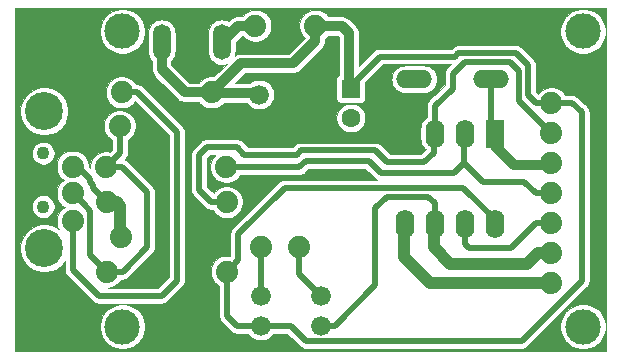
<source format=gbl>
G04 #@! TF.GenerationSoftware,KiCad,Pcbnew,(5.0.0)*
G04 #@! TF.CreationDate,2018-10-03T22:20:58-03:00*
G04 #@! TF.ProjectId,Franzininho-DIY-LUCHTEC,4672616E7A696E696E686F2D4449592D,rev?*
G04 #@! TF.SameCoordinates,Original*
G04 #@! TF.FileFunction,Copper,L2,Bot,Signal*
G04 #@! TF.FilePolarity,Positive*
%FSLAX46Y46*%
G04 Gerber Fmt 4.6, Leading zero omitted, Abs format (unit mm)*
G04 Created by KiCad (PCBNEW (5.0.0)) date 10/03/18 22:20:58*
%MOMM*%
%LPD*%
G01*
G04 APERTURE LIST*
G04 #@! TA.AperFunction,ComponentPad*
%ADD10C,1.676400*%
G04 #@! TD*
G04 #@! TA.AperFunction,ComponentPad*
%ADD11C,3.000000*%
G04 #@! TD*
G04 #@! TA.AperFunction,ComponentPad*
%ADD12C,1.100000*%
G04 #@! TD*
G04 #@! TA.AperFunction,ComponentPad*
%ADD13C,3.216000*%
G04 #@! TD*
G04 #@! TA.AperFunction,ComponentPad*
%ADD14C,1.879600*%
G04 #@! TD*
G04 #@! TA.AperFunction,ComponentPad*
%ADD15O,3.048000X1.524000*%
G04 #@! TD*
G04 #@! TA.AperFunction,ComponentPad*
%ADD16O,1.520000X3.000000*%
G04 #@! TD*
G04 #@! TA.AperFunction,ComponentPad*
%ADD17O,1.600000X2.400000*%
G04 #@! TD*
G04 #@! TA.AperFunction,ComponentPad*
%ADD18R,1.600000X2.400000*%
G04 #@! TD*
G04 #@! TA.AperFunction,ComponentPad*
%ADD19C,1.600000*%
G04 #@! TD*
G04 #@! TA.AperFunction,ComponentPad*
%ADD20R,1.600000X1.600000*%
G04 #@! TD*
G04 #@! TA.AperFunction,Conductor*
%ADD21C,0.406400*%
G04 #@! TD*
G04 #@! TA.AperFunction,Conductor*
%ADD22C,0.812800*%
G04 #@! TD*
G04 #@! TA.AperFunction,Conductor*
%ADD23C,0.508000*%
G04 #@! TD*
G04 #@! TA.AperFunction,Conductor*
%ADD24C,1.016000*%
G04 #@! TD*
G04 #@! TA.AperFunction,Conductor*
%ADD25C,0.609600*%
G04 #@! TD*
G04 #@! TA.AperFunction,Conductor*
%ADD26C,0.025400*%
G04 #@! TD*
G04 APERTURE END LIST*
D10*
G04 #@! TO.P,ON,K*
G04 #@! TO.N,Net-(ON1-PadK)*
X144272000Y-114808000D03*
G04 #@! TO.P,ON,A*
G04 #@! TO.N,5V*
X144272000Y-117348000D03*
G04 #@! TD*
D11*
G04 #@! TO.P,@HOLE0,*
G04 #@! TO.N,*
X132562350Y-92436100D03*
G04 #@! TD*
G04 #@! TO.P,@HOLE1,*
G04 #@! TO.N,*
X171562350Y-92436100D03*
G04 #@! TD*
G04 #@! TO.P,@HOLE2,*
G04 #@! TO.N,*
X171562350Y-117436100D03*
G04 #@! TD*
G04 #@! TO.P,@HOLE3,*
G04 #@! TO.N,*
X132562350Y-117436100D03*
G04 #@! TD*
D12*
G04 #@! TO.P,X1,*
G04 #@! TO.N,*
X125852350Y-107268600D03*
X125852350Y-102768600D03*
D13*
G04 #@! TO.P,X1,GND3*
G04 #@! TO.N,N/C*
X125952350Y-99218600D03*
G04 #@! TO.P,X1,GND2*
X125952350Y-110818600D03*
D14*
G04 #@! TO.P,X1,VBUS*
G04 #@! TO.N,Net-(D3-PadA)*
X128352350Y-108518600D03*
G04 #@! TO.P,X1,D-*
G04 #@! TO.N,Net-(D1-PadC)*
X128352350Y-106145600D03*
G04 #@! TO.P,X1,D+*
G04 #@! TO.N,Net-(D2-PadC)*
X128352350Y-103891600D03*
G04 #@! TO.P,X1,GND*
G04 #@! TO.N,GND*
X128352350Y-101518600D03*
G04 #@! TD*
G04 #@! TO.P,D2,C*
G04 #@! TO.N,Net-(D2-PadC)*
X132435850Y-109814100D03*
G04 #@! TO.P,D2,A*
G04 #@! TO.N,GND*
X140055850Y-109814100D03*
G04 #@! TD*
G04 #@! TO.P,D1,C*
G04 #@! TO.N,Net-(D1-PadC)*
X132336850Y-100452100D03*
G04 #@! TO.P,D1,A*
G04 #@! TO.N,GND*
X139956850Y-100452100D03*
G04 #@! TD*
D10*
G04 #@! TO.P,C1,2*
G04 #@! TO.N,GND*
X146685000Y-97790000D03*
G04 #@! TO.P,C1,1*
G04 #@! TO.N,5V*
X144145000Y-97790000D03*
G04 #@! TD*
D14*
G04 #@! TO.P,R1,P$2*
G04 #@! TO.N,Net-(IC1-Pad2)*
X141342350Y-103928100D03*
G04 #@! TO.P,R1,P$1*
G04 #@! TO.N,Net-(D1-PadC)*
X131182350Y-103928100D03*
G04 #@! TD*
G04 #@! TO.P,R2,P$2*
G04 #@! TO.N,Net-(IC1-Pad3)*
X141404850Y-106893100D03*
G04 #@! TO.P,R2,P$1*
G04 #@! TO.N,Net-(D2-PadC)*
X131244850Y-106893100D03*
G04 #@! TD*
G04 #@! TO.P,R3,P$2*
G04 #@! TO.N,Net-(D1-PadC)*
X131244850Y-112776000D03*
G04 #@! TO.P,R3,P$1*
G04 #@! TO.N,5V*
X141404850Y-112776000D03*
G04 #@! TD*
D10*
G04 #@! TO.P,LED,K*
G04 #@! TO.N,Net-(LED1-PadK)*
X149352000Y-114808000D03*
G04 #@! TO.P,LED,A*
G04 #@! TO.N,Net-(IC1-Pad6)*
X149352000Y-117348000D03*
G04 #@! TD*
D14*
G04 #@! TO.P,R5,P$2*
G04 #@! TO.N,Net-(LED1-PadK)*
X147485850Y-110703100D03*
G04 #@! TO.P,R5,P$1*
G04 #@! TO.N,GND*
X147485850Y-100543100D03*
G04 #@! TD*
G04 #@! TO.P,D3,C*
G04 #@! TO.N,5V*
X140126450Y-97610500D03*
G04 #@! TO.P,D3,A*
G04 #@! TO.N,Net-(D3-PadA)*
X132506450Y-97610500D03*
G04 #@! TD*
G04 #@! TO.P,R4,P$2*
G04 #@! TO.N,Net-(ON1-PadK)*
X144320850Y-110703100D03*
G04 #@! TO.P,R4,P$1*
G04 #@! TO.N,GND*
X144320850Y-100543100D03*
G04 #@! TD*
G04 #@! TO.P,JP3,8*
G04 #@! TO.N,GND*
X168879850Y-95981100D03*
G04 #@! TO.P,JP3,7*
G04 #@! TO.N,5V*
X168879850Y-98521100D03*
G04 #@! TO.P,JP3,6*
G04 #@! TO.N,Net-(IC1-Pad3)*
X168879850Y-101061100D03*
G04 #@! TO.P,JP3,5*
G04 #@! TO.N,Net-(IC1-Pad1)*
X168879850Y-103601100D03*
G04 #@! TO.P,JP3,4*
G04 #@! TO.N,Net-(IC1-Pad2)*
X168879850Y-106141100D03*
G04 #@! TO.P,JP3,3*
G04 #@! TO.N,Net-(IC1-Pad7)*
X168879850Y-108681100D03*
G04 #@! TO.P,JP3,2*
G04 #@! TO.N,Net-(IC1-Pad6)*
X168879850Y-111221100D03*
G04 #@! TO.P,JP3,1*
G04 #@! TO.N,Net-(IC1-Pad5)*
X168879850Y-113761100D03*
G04 #@! TD*
G04 #@! TO.P,J1,3*
G04 #@! TO.N,Net-(J1-Pad3)*
X143812350Y-91976100D03*
G04 #@! TO.P,J1,2*
G04 #@! TO.N,GND*
X146352350Y-91976100D03*
G04 #@! TO.P,J1,1*
G04 #@! TO.N,5V*
X148892350Y-91976100D03*
G04 #@! TD*
D15*
G04 #@! TO.P,RESET,1*
G04 #@! TO.N,Net-(IC1-Pad1)*
X163779200Y-96494600D03*
G04 #@! TO.P,RESET,2*
X157276800Y-96494600D03*
G04 #@! TO.P,RESET,3*
G04 #@! TO.N,GND*
X163779200Y-91973400D03*
G04 #@! TO.P,RESET,4*
X157276800Y-91973400D03*
G04 #@! TD*
D16*
G04 #@! TO.P,U1,1*
G04 #@! TO.N,5V*
X135890000Y-93345000D03*
G04 #@! TO.P,U1,3*
G04 #@! TO.N,Net-(J1-Pad3)*
X140970000Y-93345000D03*
G04 #@! TO.P,U1,2*
G04 #@! TO.N,GND*
X138430000Y-93345000D03*
G04 #@! TD*
D17*
G04 #@! TO.P,IC1,8*
G04 #@! TO.N,5V*
X164084000Y-108712000D03*
G04 #@! TO.P,IC1,4*
G04 #@! TO.N,GND*
X156464000Y-101092000D03*
G04 #@! TO.P,IC1,7*
G04 #@! TO.N,Net-(IC1-Pad7)*
X161544000Y-108712000D03*
G04 #@! TO.P,IC1,3*
G04 #@! TO.N,Net-(IC1-Pad3)*
X159004000Y-101092000D03*
G04 #@! TO.P,IC1,6*
G04 #@! TO.N,Net-(IC1-Pad6)*
X159004000Y-108712000D03*
G04 #@! TO.P,IC1,2*
G04 #@! TO.N,Net-(IC1-Pad2)*
X161544000Y-101092000D03*
G04 #@! TO.P,IC1,5*
G04 #@! TO.N,Net-(IC1-Pad5)*
X156464000Y-108712000D03*
D18*
G04 #@! TO.P,IC1,1*
G04 #@! TO.N,Net-(IC1-Pad1)*
X164084000Y-101092000D03*
G04 #@! TD*
D19*
G04 #@! TO.P,C2,2*
G04 #@! TO.N,N/C*
X151892000Y-99782000D03*
D20*
G04 #@! TO.P,C2,1*
X151892000Y-97282000D03*
G04 #@! TD*
D21*
G04 #@! TO.N,5V*
X140126450Y-97610500D02*
X140082950Y-97610500D01*
X140082950Y-97610500D02*
X140002350Y-97691100D01*
X169233600Y-98643600D02*
X168879850Y-98521100D01*
D22*
X163814850Y-108646000D02*
X163993950Y-108825100D01*
X168757350Y-98643600D02*
X168879850Y-98521100D01*
X148892350Y-91976100D02*
X151114850Y-91976100D01*
X151114850Y-91976100D02*
X151749850Y-92611100D01*
X151749850Y-92611100D02*
X151749850Y-97151350D01*
X148892350Y-91976100D02*
X148892350Y-93246100D01*
X148892350Y-93246100D02*
X146987350Y-95151100D01*
X146987350Y-95151100D02*
X142585850Y-95151100D01*
X142585850Y-95151100D02*
X140126450Y-97610500D01*
X144101250Y-97663000D02*
X140253350Y-97663000D01*
X140253350Y-97483600D02*
X140126450Y-97610500D01*
X138797373Y-97610500D02*
X140126450Y-97610500D01*
X137842700Y-97610500D02*
X138797373Y-97610500D01*
X135890000Y-95657800D02*
X137842700Y-97610500D01*
X135890000Y-93345000D02*
X135890000Y-95657800D01*
D23*
X142344649Y-111836201D02*
X141404850Y-112776000D01*
X142344649Y-109623351D02*
X142344649Y-111836201D01*
X146304000Y-105664000D02*
X142344649Y-109623351D01*
X161436000Y-105664000D02*
X146304000Y-105664000D01*
X164084000Y-108312000D02*
X161436000Y-105664000D01*
X164084000Y-108712000D02*
X164084000Y-108312000D01*
X154330621Y-94570579D02*
X152638849Y-96262351D01*
X152638849Y-96262351D02*
X151749850Y-97151350D01*
X160996733Y-94287989D02*
X160714143Y-94570579D01*
X165901267Y-94287989D02*
X160996733Y-94287989D01*
X160714143Y-94570579D02*
X154330621Y-94570579D01*
X167550773Y-98521100D02*
X166878000Y-97848327D01*
X168879850Y-98521100D02*
X167550773Y-98521100D01*
X166878000Y-95264722D02*
X165901267Y-94287989D01*
X166878000Y-97848327D02*
X166878000Y-95264722D01*
X142240000Y-117348000D02*
X144272000Y-117348000D01*
X141404850Y-112776000D02*
X141404850Y-116512850D01*
X141404850Y-116512850D02*
X142240000Y-117348000D01*
D24*
X169002350Y-98643600D02*
X168879850Y-98521100D01*
D23*
X144272000Y-117348000D02*
X146812000Y-117348000D01*
X166360749Y-118640201D02*
X171434850Y-113566100D01*
X148104201Y-118640201D02*
X166360749Y-118640201D01*
X146812000Y-117348000D02*
X148104201Y-118640201D01*
X168879850Y-98521100D02*
X170657100Y-98521100D01*
X171434850Y-99298850D02*
X171434850Y-113566100D01*
X170657100Y-98521100D02*
X171434850Y-99298850D01*
G04 #@! TO.N,Net-(D3-PadA)*
X137160000Y-100934973D02*
X133835527Y-97610500D01*
X137160000Y-113538000D02*
X137160000Y-100934973D01*
X133835527Y-97610500D02*
X132506450Y-97610500D01*
X128352350Y-108518600D02*
X128352350Y-112604350D01*
X128352350Y-112604350D02*
X130556000Y-114808000D01*
X135890000Y-114808000D02*
X137160000Y-113538000D01*
X130556000Y-114808000D02*
X135890000Y-114808000D01*
G04 #@! TO.N,Net-(D1-PadC)*
X129292149Y-107085399D02*
X128352350Y-106145600D01*
X129851049Y-107644299D02*
X129292149Y-107085399D01*
X129851049Y-111382199D02*
X129851049Y-107644299D01*
X131244850Y-112776000D02*
X129851049Y-111382199D01*
X132573927Y-112776000D02*
X134620000Y-110729927D01*
X131244850Y-112776000D02*
X132573927Y-112776000D01*
X134620000Y-106036673D02*
X134620000Y-110729927D01*
X132511427Y-103928100D02*
X134620000Y-106036673D01*
X131182350Y-103928100D02*
X132511427Y-103928100D01*
X132336850Y-102773600D02*
X131182350Y-103928100D01*
X132336850Y-100452100D02*
X132336850Y-102773600D01*
D25*
G04 #@! TO.N,Net-(D2-PadC)*
X131244850Y-106893100D02*
X131244850Y-107031100D01*
D24*
X132382350Y-107216100D02*
X132382350Y-109760600D01*
D25*
X132382350Y-109760600D02*
X132435850Y-109814100D01*
D24*
X132382350Y-107216100D02*
X132064850Y-106898600D01*
X132064850Y-106898600D02*
X131250350Y-106898600D01*
X131250350Y-106898600D02*
X131244850Y-106893100D01*
D23*
X128783600Y-103891600D02*
X128352350Y-103891600D01*
X129794000Y-104902000D02*
X128783600Y-103891600D01*
X129794000Y-105156000D02*
X129794000Y-104902000D01*
X130048000Y-105410000D02*
X129794000Y-105156000D01*
X131244850Y-106893100D02*
X130048000Y-105696250D01*
X130048000Y-105696250D02*
X130048000Y-105410000D01*
G04 #@! TO.N,Net-(IC1-Pad7)*
X161544000Y-109112000D02*
X161544000Y-108712000D01*
X167550773Y-108681100D02*
X168879850Y-108681100D01*
X165487873Y-110744000D02*
X167550773Y-108681100D01*
X161868000Y-110744000D02*
X165487873Y-110744000D01*
X161544000Y-110420000D02*
X161868000Y-110744000D01*
X161544000Y-108712000D02*
X161544000Y-110420000D01*
D21*
G04 #@! TO.N,Net-(IC1-Pad6)*
X158893600Y-108804750D02*
X158913950Y-108825100D01*
D24*
X158913950Y-108825100D02*
X158913950Y-110728950D01*
X158913950Y-110728950D02*
X160322350Y-112137350D01*
X160322350Y-112137350D02*
X166831100Y-112137350D01*
X166831100Y-112137350D02*
X167783600Y-111184850D01*
X167783600Y-111184850D02*
X168843600Y-111184850D01*
X168843600Y-111184850D02*
X168879850Y-111221100D01*
D23*
X150537393Y-117348000D02*
X149352000Y-117348000D01*
X159004000Y-107004000D02*
X158426000Y-106426000D01*
X159004000Y-108712000D02*
X159004000Y-107004000D01*
X154940000Y-106426000D02*
X153972350Y-107393650D01*
X153972350Y-107393650D02*
X153972350Y-113913043D01*
X158426000Y-106426000D02*
X154940000Y-106426000D01*
X153972350Y-113913043D02*
X150537393Y-117348000D01*
D24*
G04 #@! TO.N,Net-(IC1-Pad5)*
X156373950Y-108825100D02*
X156373950Y-111522700D01*
X168879850Y-113761100D02*
X158612350Y-113761100D01*
X158612350Y-113761100D02*
X156373950Y-111522700D01*
D21*
G04 #@! TO.N,Net-(IC1-Pad3)*
X159052350Y-101343500D02*
X158913950Y-101205100D01*
D25*
X141399350Y-106898600D02*
X141404850Y-106893100D01*
D22*
X168757350Y-101183600D02*
X168879850Y-101061100D01*
X168684850Y-100866100D02*
X168879850Y-101061100D01*
D23*
X158913950Y-102706050D02*
X158913950Y-101205100D01*
X158115000Y-103505000D02*
X158913950Y-102706050D01*
X154940000Y-103505000D02*
X158115000Y-103505000D01*
X153957701Y-102522701D02*
X154940000Y-103505000D01*
X142875000Y-102870000D02*
X147320000Y-102870000D01*
X140075773Y-106893100D02*
X139065000Y-105882327D01*
X147667299Y-102522701D02*
X153957701Y-102522701D01*
X139065000Y-105882327D02*
X139065000Y-102870000D01*
X139700000Y-102235000D02*
X142240000Y-102235000D01*
X147320000Y-102870000D02*
X147667299Y-102522701D01*
X141404850Y-106893100D02*
X140075773Y-106893100D01*
X139065000Y-102870000D02*
X139700000Y-102235000D01*
X142240000Y-102235000D02*
X142875000Y-102870000D01*
X168879850Y-101061100D02*
X166169989Y-98351239D01*
X160510103Y-97282000D02*
X159004000Y-98788103D01*
X159004000Y-98788103D02*
X159004000Y-99384000D01*
X159004000Y-99384000D02*
X159004000Y-101092000D01*
X161544000Y-94996000D02*
X160510103Y-96029897D01*
X165354000Y-94996000D02*
X161544000Y-94996000D01*
X166169989Y-95811989D02*
X165354000Y-94996000D01*
X166169989Y-98351239D02*
X166169989Y-95811989D01*
X160510103Y-96029897D02*
X160510103Y-97282000D01*
D22*
G04 #@! TO.N,Net-(IC1-Pad2)*
X161592350Y-101343500D02*
X161453950Y-101205100D01*
D23*
X141342350Y-103928100D02*
X147531900Y-103928100D01*
X147531900Y-103928100D02*
X148082000Y-103378000D01*
X148082000Y-103378000D02*
X153416000Y-103378000D01*
X153416000Y-103378000D02*
X154432000Y-104394000D01*
X154432000Y-104394000D02*
X160604450Y-104394000D01*
X161453950Y-101205100D02*
X161453950Y-103544500D01*
X161453950Y-103544500D02*
X160604450Y-104394000D01*
X167550773Y-106141100D02*
X166565673Y-105156000D01*
X168879850Y-106141100D02*
X167550773Y-106141100D01*
X163065450Y-105156000D02*
X161453950Y-103544500D01*
X166565673Y-105156000D02*
X163065450Y-105156000D01*
D22*
G04 #@! TO.N,Net-(IC1-Pad1)*
X164132350Y-101343500D02*
X164132350Y-102136100D01*
X164132350Y-102136100D02*
X165719850Y-103723600D01*
X165719850Y-103723600D02*
X168757350Y-103723600D01*
D25*
X168757350Y-103723600D02*
X168879850Y-103601100D01*
X163993950Y-101205100D02*
X164132350Y-101343500D01*
D22*
X164132350Y-101066700D02*
X163993950Y-101205100D01*
D23*
X163779200Y-100787200D02*
X164084000Y-101092000D01*
X163779200Y-96494600D02*
X163779200Y-100787200D01*
G04 #@! TO.N,Net-(LED1-PadK)*
X147485850Y-112941850D02*
X149352000Y-114808000D01*
X147485850Y-110703100D02*
X147485850Y-112941850D01*
D22*
G04 #@! TO.N,Net-(ON1-PadK)*
X144320850Y-110703100D02*
X144441850Y-110703100D01*
D23*
X144320850Y-114759150D02*
X144272000Y-114808000D01*
X144320850Y-110703100D02*
X144320850Y-114759150D01*
D22*
G04 #@! TO.N,Net-(J1-Pad3)*
X142338900Y-91976100D02*
X140970000Y-93345000D01*
X143812350Y-91976100D02*
X142338900Y-91976100D01*
G04 #@! TD*
D26*
G04 #@! TO.N,GND*
G36*
X173540750Y-119524500D02*
X123461450Y-119524500D01*
X123461450Y-117247085D01*
X130643250Y-117247085D01*
X130643250Y-117625115D01*
X130717000Y-117995881D01*
X130861665Y-118345135D01*
X131071687Y-118659455D01*
X131338995Y-118926763D01*
X131653315Y-119136785D01*
X132002569Y-119281450D01*
X132373335Y-119355200D01*
X132751365Y-119355200D01*
X133122131Y-119281450D01*
X133471385Y-119136785D01*
X133785705Y-118926763D01*
X134053013Y-118659455D01*
X134263035Y-118345135D01*
X134407700Y-117995881D01*
X134481450Y-117625115D01*
X134481450Y-117247085D01*
X134407700Y-116876319D01*
X134263035Y-116527065D01*
X134053013Y-116212745D01*
X133785705Y-115945437D01*
X133471385Y-115735415D01*
X133122131Y-115590750D01*
X132751365Y-115517000D01*
X132373335Y-115517000D01*
X132002569Y-115590750D01*
X131653315Y-115735415D01*
X131338995Y-115945437D01*
X131071687Y-116212745D01*
X130861665Y-116527065D01*
X130717000Y-116876319D01*
X130643250Y-117247085D01*
X123461450Y-117247085D01*
X123461450Y-110618948D01*
X123925250Y-110618948D01*
X123925250Y-111018252D01*
X124003151Y-111409883D01*
X124155958Y-111778792D01*
X124377799Y-112110801D01*
X124660149Y-112393151D01*
X124992158Y-112614992D01*
X125361067Y-112767799D01*
X125752698Y-112845700D01*
X126152002Y-112845700D01*
X126543633Y-112767799D01*
X126912542Y-112614992D01*
X127244551Y-112393151D01*
X127526901Y-112110801D01*
X127679251Y-111882793D01*
X127679251Y-112571284D01*
X127675994Y-112604350D01*
X127683743Y-112683020D01*
X127688991Y-112736301D01*
X127715931Y-112825108D01*
X127727480Y-112863180D01*
X127789981Y-112980112D01*
X127834886Y-113034829D01*
X127874095Y-113082606D01*
X127899774Y-113103680D01*
X130056674Y-115260582D01*
X130077744Y-115286256D01*
X130103417Y-115307325D01*
X130103422Y-115307330D01*
X130180237Y-115370370D01*
X130277786Y-115422510D01*
X130297170Y-115432871D01*
X130424049Y-115471360D01*
X130522941Y-115481100D01*
X130522944Y-115481100D01*
X130556000Y-115484356D01*
X130589056Y-115481100D01*
X135856944Y-115481100D01*
X135890000Y-115484356D01*
X135923056Y-115481100D01*
X135923059Y-115481100D01*
X136021951Y-115471360D01*
X136148830Y-115432871D01*
X136265763Y-115370369D01*
X136368256Y-115286256D01*
X136389334Y-115260572D01*
X137612581Y-114037326D01*
X137638255Y-114016256D01*
X137659326Y-113990581D01*
X137659329Y-113990578D01*
X137722369Y-113913764D01*
X137755776Y-113851262D01*
X137784871Y-113796830D01*
X137823360Y-113669951D01*
X137833100Y-113571059D01*
X137833100Y-113571049D01*
X137836355Y-113538001D01*
X137833100Y-113504952D01*
X137833100Y-100968029D01*
X137836356Y-100934973D01*
X137832840Y-100899273D01*
X137823360Y-100803022D01*
X137784871Y-100676143D01*
X137722369Y-100559210D01*
X137638256Y-100456717D01*
X137612577Y-100435643D01*
X136838863Y-99661929D01*
X150672900Y-99661929D01*
X150672900Y-99902071D01*
X150719749Y-100137598D01*
X150811647Y-100359461D01*
X150945063Y-100559131D01*
X151114869Y-100728937D01*
X151314539Y-100862353D01*
X151536402Y-100954251D01*
X151771929Y-101001100D01*
X152012071Y-101001100D01*
X152247598Y-100954251D01*
X152469461Y-100862353D01*
X152669131Y-100728937D01*
X152838937Y-100559131D01*
X152972353Y-100359461D01*
X153064251Y-100137598D01*
X153111100Y-99902071D01*
X153111100Y-99661929D01*
X153064251Y-99426402D01*
X152972353Y-99204539D01*
X152838937Y-99004869D01*
X152669131Y-98835063D01*
X152469461Y-98701647D01*
X152247598Y-98609749D01*
X152012071Y-98562900D01*
X151771929Y-98562900D01*
X151536402Y-98609749D01*
X151314539Y-98701647D01*
X151114869Y-98835063D01*
X150945063Y-99004869D01*
X150811647Y-99204539D01*
X150719749Y-99426402D01*
X150672900Y-99661929D01*
X136838863Y-99661929D01*
X134334862Y-97157929D01*
X134313783Y-97132244D01*
X134211290Y-97048131D01*
X134094357Y-96985629D01*
X133967478Y-96947140D01*
X133868586Y-96937400D01*
X133868583Y-96937400D01*
X133835527Y-96934144D01*
X133802471Y-96937400D01*
X133691033Y-96937400D01*
X133561976Y-96744252D01*
X133372698Y-96554974D01*
X133150130Y-96406259D01*
X132902826Y-96303822D01*
X132640290Y-96251600D01*
X132372610Y-96251600D01*
X132110074Y-96303822D01*
X131862770Y-96406259D01*
X131640202Y-96554974D01*
X131450924Y-96744252D01*
X131302209Y-96966820D01*
X131199772Y-97214124D01*
X131147550Y-97476660D01*
X131147550Y-97744340D01*
X131199772Y-98006876D01*
X131302209Y-98254180D01*
X131450924Y-98476748D01*
X131640202Y-98666026D01*
X131862770Y-98814741D01*
X132110074Y-98917178D01*
X132372610Y-98969400D01*
X132640290Y-98969400D01*
X132902826Y-98917178D01*
X133150130Y-98814741D01*
X133372698Y-98666026D01*
X133561976Y-98476748D01*
X133637235Y-98364114D01*
X136486901Y-101213781D01*
X136486900Y-113259193D01*
X135611194Y-114134900D01*
X131378690Y-114134900D01*
X131641226Y-114082678D01*
X131888530Y-113980241D01*
X132111098Y-113831526D01*
X132300376Y-113642248D01*
X132429433Y-113449100D01*
X132540871Y-113449100D01*
X132573927Y-113452356D01*
X132606983Y-113449100D01*
X132606986Y-113449100D01*
X132705878Y-113439360D01*
X132832757Y-113400871D01*
X132949690Y-113338369D01*
X133052183Y-113254256D01*
X133073261Y-113228572D01*
X135072577Y-111229257D01*
X135098256Y-111208183D01*
X135137925Y-111159846D01*
X135182369Y-111105691D01*
X135229058Y-111018341D01*
X135244871Y-110988757D01*
X135283360Y-110861878D01*
X135293100Y-110762986D01*
X135293100Y-110762976D01*
X135296355Y-110729928D01*
X135293100Y-110696879D01*
X135293100Y-106069729D01*
X135296356Y-106036673D01*
X135291258Y-105984915D01*
X135283360Y-105904722D01*
X135244871Y-105777843D01*
X135240592Y-105769838D01*
X135182370Y-105660910D01*
X135119330Y-105584095D01*
X135119321Y-105584086D01*
X135098255Y-105558417D01*
X135072587Y-105537352D01*
X133010761Y-103475528D01*
X132989683Y-103449844D01*
X132887190Y-103365731D01*
X132770257Y-103303229D01*
X132761719Y-103300639D01*
X132789432Y-103272926D01*
X132815106Y-103251856D01*
X132836175Y-103226183D01*
X132836180Y-103226178D01*
X132899220Y-103149363D01*
X132961721Y-103032430D01*
X132971268Y-103000957D01*
X133000210Y-102905551D01*
X133009950Y-102806659D01*
X133009950Y-102806656D01*
X133013206Y-102773600D01*
X133009950Y-102740544D01*
X133009950Y-101636683D01*
X133203098Y-101507626D01*
X133392376Y-101318348D01*
X133541091Y-101095780D01*
X133643528Y-100848476D01*
X133695750Y-100585940D01*
X133695750Y-100318260D01*
X133643528Y-100055724D01*
X133541091Y-99808420D01*
X133392376Y-99585852D01*
X133203098Y-99396574D01*
X132980530Y-99247859D01*
X132733226Y-99145422D01*
X132470690Y-99093200D01*
X132203010Y-99093200D01*
X131940474Y-99145422D01*
X131693170Y-99247859D01*
X131470602Y-99396574D01*
X131281324Y-99585852D01*
X131132609Y-99808420D01*
X131030172Y-100055724D01*
X130977950Y-100318260D01*
X130977950Y-100585940D01*
X131030172Y-100848476D01*
X131132609Y-101095780D01*
X131281324Y-101318348D01*
X131470602Y-101507626D01*
X131663751Y-101636684D01*
X131663751Y-102494791D01*
X131544023Y-102614519D01*
X131316190Y-102569200D01*
X131048510Y-102569200D01*
X130785974Y-102621422D01*
X130538670Y-102723859D01*
X130316102Y-102872574D01*
X130126824Y-103061852D01*
X129978109Y-103284420D01*
X129875672Y-103531724D01*
X129823450Y-103794260D01*
X129823450Y-103979543D01*
X129711250Y-103867344D01*
X129711250Y-103757760D01*
X129659028Y-103495224D01*
X129556591Y-103247920D01*
X129407876Y-103025352D01*
X129218598Y-102836074D01*
X128996030Y-102687359D01*
X128748726Y-102584922D01*
X128486190Y-102532700D01*
X128218510Y-102532700D01*
X127955974Y-102584922D01*
X127708670Y-102687359D01*
X127486102Y-102836074D01*
X127296824Y-103025352D01*
X127148109Y-103247920D01*
X127045672Y-103495224D01*
X126993450Y-103757760D01*
X126993450Y-104025440D01*
X127045672Y-104287976D01*
X127148109Y-104535280D01*
X127296824Y-104757848D01*
X127486102Y-104947126D01*
X127593071Y-105018600D01*
X127486102Y-105090074D01*
X127296824Y-105279352D01*
X127148109Y-105501920D01*
X127045672Y-105749224D01*
X126993450Y-106011760D01*
X126993450Y-106279440D01*
X127045672Y-106541976D01*
X127148109Y-106789280D01*
X127296824Y-107011848D01*
X127486102Y-107201126D01*
X127682119Y-107332100D01*
X127486102Y-107463074D01*
X127296824Y-107652352D01*
X127148109Y-107874920D01*
X127045672Y-108122224D01*
X126993450Y-108384760D01*
X126993450Y-108652440D01*
X127045672Y-108914976D01*
X127148109Y-109162280D01*
X127169026Y-109193585D01*
X126912542Y-109022208D01*
X126543633Y-108869401D01*
X126152002Y-108791500D01*
X125752698Y-108791500D01*
X125361067Y-108869401D01*
X124992158Y-109022208D01*
X124660149Y-109244049D01*
X124377799Y-109526399D01*
X124155958Y-109858408D01*
X124003151Y-110227317D01*
X123925250Y-110618948D01*
X123461450Y-110618948D01*
X123461450Y-107173152D01*
X124883250Y-107173152D01*
X124883250Y-107364048D01*
X124920492Y-107551276D01*
X124993545Y-107727641D01*
X125099601Y-107886365D01*
X125234585Y-108021349D01*
X125393309Y-108127405D01*
X125569674Y-108200458D01*
X125756902Y-108237700D01*
X125947798Y-108237700D01*
X126135026Y-108200458D01*
X126311391Y-108127405D01*
X126470115Y-108021349D01*
X126605099Y-107886365D01*
X126711155Y-107727641D01*
X126784208Y-107551276D01*
X126821450Y-107364048D01*
X126821450Y-107173152D01*
X126784208Y-106985924D01*
X126711155Y-106809559D01*
X126605099Y-106650835D01*
X126470115Y-106515851D01*
X126311391Y-106409795D01*
X126135026Y-106336742D01*
X125947798Y-106299500D01*
X125756902Y-106299500D01*
X125569674Y-106336742D01*
X125393309Y-106409795D01*
X125234585Y-106515851D01*
X125099601Y-106650835D01*
X124993545Y-106809559D01*
X124920492Y-106985924D01*
X124883250Y-107173152D01*
X123461450Y-107173152D01*
X123461450Y-102673152D01*
X124883250Y-102673152D01*
X124883250Y-102864048D01*
X124920492Y-103051276D01*
X124993545Y-103227641D01*
X125099601Y-103386365D01*
X125234585Y-103521349D01*
X125393309Y-103627405D01*
X125569674Y-103700458D01*
X125756902Y-103737700D01*
X125947798Y-103737700D01*
X126135026Y-103700458D01*
X126311391Y-103627405D01*
X126470115Y-103521349D01*
X126605099Y-103386365D01*
X126711155Y-103227641D01*
X126784208Y-103051276D01*
X126821450Y-102864048D01*
X126821450Y-102673152D01*
X126784208Y-102485924D01*
X126711155Y-102309559D01*
X126605099Y-102150835D01*
X126470115Y-102015851D01*
X126311391Y-101909795D01*
X126135026Y-101836742D01*
X125947798Y-101799500D01*
X125756902Y-101799500D01*
X125569674Y-101836742D01*
X125393309Y-101909795D01*
X125234585Y-102015851D01*
X125099601Y-102150835D01*
X124993545Y-102309559D01*
X124920492Y-102485924D01*
X124883250Y-102673152D01*
X123461450Y-102673152D01*
X123461450Y-99018948D01*
X123925250Y-99018948D01*
X123925250Y-99418252D01*
X124003151Y-99809883D01*
X124155958Y-100178792D01*
X124377799Y-100510801D01*
X124660149Y-100793151D01*
X124992158Y-101014992D01*
X125361067Y-101167799D01*
X125752698Y-101245700D01*
X126152002Y-101245700D01*
X126543633Y-101167799D01*
X126912542Y-101014992D01*
X127244551Y-100793151D01*
X127526901Y-100510801D01*
X127748742Y-100178792D01*
X127901549Y-99809883D01*
X127979450Y-99418252D01*
X127979450Y-99018948D01*
X127901549Y-98627317D01*
X127748742Y-98258408D01*
X127526901Y-97926399D01*
X127244551Y-97644049D01*
X126912542Y-97422208D01*
X126543633Y-97269401D01*
X126152002Y-97191500D01*
X125752698Y-97191500D01*
X125361067Y-97269401D01*
X124992158Y-97422208D01*
X124660149Y-97644049D01*
X124377799Y-97926399D01*
X124155958Y-98258408D01*
X124003151Y-98627317D01*
X123925250Y-99018948D01*
X123461450Y-99018948D01*
X123461450Y-92247085D01*
X130643250Y-92247085D01*
X130643250Y-92625115D01*
X130717000Y-92995881D01*
X130861665Y-93345135D01*
X131071687Y-93659455D01*
X131338995Y-93926763D01*
X131653315Y-94136785D01*
X132002569Y-94281450D01*
X132373335Y-94355200D01*
X132751365Y-94355200D01*
X133122131Y-94281450D01*
X133471385Y-94136785D01*
X133785705Y-93926763D01*
X134053013Y-93659455D01*
X134263035Y-93345135D01*
X134407700Y-92995881D01*
X134481450Y-92625115D01*
X134481450Y-92547078D01*
X134710900Y-92547078D01*
X134710900Y-94142923D01*
X134727961Y-94316144D01*
X134795384Y-94538405D01*
X134904872Y-94743242D01*
X135052217Y-94922784D01*
X135064501Y-94932865D01*
X135064501Y-95617240D01*
X135060506Y-95657800D01*
X135076445Y-95819626D01*
X135123647Y-95975233D01*
X135200301Y-96118642D01*
X135257019Y-96187752D01*
X135303460Y-96244341D01*
X135334961Y-96270193D01*
X137230311Y-98165545D01*
X137256159Y-98197041D01*
X137287655Y-98222889D01*
X137287658Y-98222892D01*
X137381857Y-98300199D01*
X137492378Y-98359274D01*
X137525266Y-98376853D01*
X137680874Y-98424056D01*
X137802147Y-98436000D01*
X137802149Y-98436000D01*
X137842700Y-98439994D01*
X137883250Y-98436000D01*
X139043697Y-98436000D01*
X139070924Y-98476748D01*
X139260202Y-98666026D01*
X139482770Y-98814741D01*
X139730074Y-98917178D01*
X139992610Y-98969400D01*
X140260290Y-98969400D01*
X140522826Y-98917178D01*
X140770130Y-98814741D01*
X140992698Y-98666026D01*
X141170224Y-98488500D01*
X143099581Y-98488500D01*
X143168391Y-98591482D01*
X143343518Y-98766609D01*
X143549445Y-98904205D01*
X143778259Y-98998983D01*
X144021167Y-99047300D01*
X144268833Y-99047300D01*
X144511741Y-98998983D01*
X144740555Y-98904205D01*
X144946482Y-98766609D01*
X145121609Y-98591482D01*
X145259205Y-98385555D01*
X145353983Y-98156741D01*
X145402300Y-97913833D01*
X145402300Y-97666167D01*
X145353983Y-97423259D01*
X145259205Y-97194445D01*
X145121609Y-96988518D01*
X144946482Y-96813391D01*
X144740555Y-96675795D01*
X144511741Y-96581017D01*
X144268833Y-96532700D01*
X144021167Y-96532700D01*
X143778259Y-96581017D01*
X143549445Y-96675795D01*
X143343518Y-96813391D01*
X143319409Y-96837500D01*
X142066883Y-96837500D01*
X142927784Y-95976600D01*
X146946800Y-95976600D01*
X146987350Y-95980594D01*
X147027900Y-95976600D01*
X147027903Y-95976600D01*
X147149176Y-95964656D01*
X147304784Y-95917453D01*
X147448192Y-95840799D01*
X147573891Y-95737641D01*
X147599748Y-95706134D01*
X149447395Y-93858489D01*
X149478891Y-93832641D01*
X149504739Y-93801145D01*
X149504742Y-93801142D01*
X149582049Y-93706943D01*
X149658703Y-93563534D01*
X149700831Y-93424655D01*
X149705906Y-93407926D01*
X149717850Y-93286653D01*
X149717850Y-93286651D01*
X149721844Y-93246100D01*
X149717850Y-93205550D01*
X149717850Y-93058853D01*
X149758598Y-93031626D01*
X149947876Y-92842348D01*
X149975103Y-92801600D01*
X150772917Y-92801600D01*
X150924350Y-92953033D01*
X150924351Y-96096399D01*
X150858034Y-96131846D01*
X150794218Y-96184218D01*
X150741846Y-96248034D01*
X150702929Y-96320842D01*
X150678965Y-96399842D01*
X150670873Y-96482000D01*
X150670873Y-98082000D01*
X150678965Y-98164158D01*
X150702929Y-98243158D01*
X150741846Y-98315966D01*
X150794218Y-98379782D01*
X150858034Y-98432154D01*
X150930842Y-98471071D01*
X151009842Y-98495035D01*
X151092000Y-98503127D01*
X152692000Y-98503127D01*
X152774158Y-98495035D01*
X152853158Y-98471071D01*
X152925966Y-98432154D01*
X152989782Y-98379782D01*
X153042154Y-98315966D01*
X153081071Y-98243158D01*
X153105035Y-98164158D01*
X153113127Y-98082000D01*
X153113127Y-96739980D01*
X153138178Y-96714929D01*
X153138182Y-96714924D01*
X153358506Y-96494600D01*
X155327986Y-96494600D01*
X155350790Y-96726136D01*
X155418327Y-96948774D01*
X155528000Y-97153959D01*
X155675596Y-97333804D01*
X155855441Y-97481400D01*
X156060626Y-97591073D01*
X156283264Y-97658610D01*
X156456784Y-97675700D01*
X158096816Y-97675700D01*
X158270336Y-97658610D01*
X158492974Y-97591073D01*
X158698159Y-97481400D01*
X158878004Y-97333804D01*
X159025600Y-97153959D01*
X159135273Y-96948774D01*
X159202810Y-96726136D01*
X159225614Y-96494600D01*
X159202810Y-96263064D01*
X159135273Y-96040426D01*
X159025600Y-95835241D01*
X158878004Y-95655396D01*
X158698159Y-95507800D01*
X158492974Y-95398127D01*
X158270336Y-95330590D01*
X158096816Y-95313500D01*
X156456784Y-95313500D01*
X156283264Y-95330590D01*
X156060626Y-95398127D01*
X155855441Y-95507800D01*
X155675596Y-95655396D01*
X155528000Y-95835241D01*
X155418327Y-96040426D01*
X155350790Y-96263064D01*
X155327986Y-96494600D01*
X153358506Y-96494600D01*
X154609428Y-95243679D01*
X160344415Y-95243679D01*
X160057527Y-95530567D01*
X160031847Y-95551642D01*
X159947734Y-95654135D01*
X159885232Y-95771068D01*
X159846743Y-95897947D01*
X159838603Y-95980594D01*
X159833747Y-96029897D01*
X159837003Y-96062954D01*
X159837004Y-97003192D01*
X158551424Y-98288773D01*
X158525744Y-98309848D01*
X158441631Y-98412341D01*
X158379129Y-98529274D01*
X158340640Y-98656153D01*
X158330900Y-98755044D01*
X158327644Y-98788103D01*
X158330900Y-98821159D01*
X158330900Y-99669458D01*
X158323429Y-99673451D01*
X158137797Y-99825796D01*
X157985452Y-100011428D01*
X157872249Y-100223214D01*
X157802540Y-100453015D01*
X157784900Y-100632117D01*
X157784900Y-101551882D01*
X157802540Y-101730984D01*
X157872249Y-101960785D01*
X157985451Y-102172571D01*
X158137796Y-102358204D01*
X158232317Y-102435776D01*
X157836194Y-102831900D01*
X155218808Y-102831900D01*
X154457035Y-102070129D01*
X154435957Y-102044445D01*
X154333464Y-101960332D01*
X154216531Y-101897830D01*
X154089652Y-101859341D01*
X153990760Y-101849601D01*
X153990757Y-101849601D01*
X153957701Y-101846345D01*
X153924645Y-101849601D01*
X147700355Y-101849601D01*
X147667299Y-101846345D01*
X147634243Y-101849601D01*
X147634240Y-101849601D01*
X147535348Y-101859341D01*
X147437999Y-101888872D01*
X147408468Y-101897830D01*
X147364726Y-101921211D01*
X147291536Y-101960332D01*
X147189043Y-102044445D01*
X147167964Y-102070130D01*
X147041194Y-102196900D01*
X143153807Y-102196900D01*
X142739334Y-101782428D01*
X142718256Y-101756744D01*
X142615763Y-101672631D01*
X142498830Y-101610129D01*
X142371951Y-101571640D01*
X142273059Y-101561900D01*
X142273056Y-101561900D01*
X142240000Y-101558644D01*
X142206944Y-101561900D01*
X139733056Y-101561900D01*
X139700000Y-101558644D01*
X139666944Y-101561900D01*
X139666941Y-101561900D01*
X139568049Y-101571640D01*
X139444160Y-101609222D01*
X139441170Y-101610129D01*
X139324237Y-101672630D01*
X139247422Y-101735670D01*
X139247417Y-101735675D01*
X139221744Y-101756744D01*
X139200674Y-101782418D01*
X138612423Y-102370671D01*
X138586745Y-102391744D01*
X138565672Y-102417422D01*
X138565671Y-102417423D01*
X138502631Y-102494238D01*
X138485672Y-102525966D01*
X138440130Y-102611170D01*
X138416952Y-102687578D01*
X138401641Y-102738050D01*
X138388644Y-102870000D01*
X138391901Y-102903066D01*
X138391900Y-105849271D01*
X138388644Y-105882327D01*
X138391900Y-105915383D01*
X138391900Y-105915385D01*
X138401640Y-106014277D01*
X138440129Y-106141156D01*
X138502631Y-106258089D01*
X138586744Y-106360582D01*
X138612424Y-106381657D01*
X139576443Y-107345677D01*
X139597517Y-107371356D01*
X139700010Y-107455469D01*
X139816943Y-107517971D01*
X139943822Y-107556460D01*
X140042714Y-107566200D01*
X140042717Y-107566200D01*
X140075773Y-107569456D01*
X140108829Y-107566200D01*
X140220267Y-107566200D01*
X140349324Y-107759348D01*
X140538602Y-107948626D01*
X140761170Y-108097341D01*
X141008474Y-108199778D01*
X141271010Y-108252000D01*
X141538690Y-108252000D01*
X141801226Y-108199778D01*
X142048530Y-108097341D01*
X142271098Y-107948626D01*
X142460376Y-107759348D01*
X142609091Y-107536780D01*
X142711528Y-107289476D01*
X142763750Y-107026940D01*
X142763750Y-106759260D01*
X142711528Y-106496724D01*
X142609091Y-106249420D01*
X142460376Y-106026852D01*
X142271098Y-105837574D01*
X142048530Y-105688859D01*
X141801226Y-105586422D01*
X141538690Y-105534200D01*
X141271010Y-105534200D01*
X141008474Y-105586422D01*
X140761170Y-105688859D01*
X140538602Y-105837574D01*
X140349324Y-106026852D01*
X140274065Y-106139485D01*
X139738100Y-105603521D01*
X139738100Y-103148807D01*
X139978807Y-102908100D01*
X140440576Y-102908100D01*
X140286824Y-103061852D01*
X140138109Y-103284420D01*
X140035672Y-103531724D01*
X139983450Y-103794260D01*
X139983450Y-104061940D01*
X140035672Y-104324476D01*
X140138109Y-104571780D01*
X140286824Y-104794348D01*
X140476102Y-104983626D01*
X140698670Y-105132341D01*
X140945974Y-105234778D01*
X141208510Y-105287000D01*
X141476190Y-105287000D01*
X141738726Y-105234778D01*
X141986030Y-105132341D01*
X142208598Y-104983626D01*
X142397876Y-104794348D01*
X142526933Y-104601200D01*
X147498844Y-104601200D01*
X147531900Y-104604456D01*
X147564956Y-104601200D01*
X147564959Y-104601200D01*
X147663851Y-104591460D01*
X147790730Y-104552971D01*
X147907663Y-104490469D01*
X148010156Y-104406356D01*
X148031234Y-104380672D01*
X148360807Y-104051100D01*
X153137194Y-104051100D01*
X153932670Y-104846577D01*
X153953744Y-104872256D01*
X154056237Y-104956369D01*
X154120840Y-104990900D01*
X146337056Y-104990900D01*
X146304000Y-104987644D01*
X146270944Y-104990900D01*
X146270941Y-104990900D01*
X146172049Y-105000640D01*
X146045170Y-105039129D01*
X145928237Y-105101631D01*
X145825744Y-105185744D01*
X145804670Y-105211423D01*
X141892073Y-109124021D01*
X141866393Y-109145096D01*
X141782280Y-109247589D01*
X141719778Y-109364522D01*
X141681289Y-109491401D01*
X141671553Y-109590255D01*
X141668293Y-109623351D01*
X141671549Y-109656407D01*
X141671550Y-111443528D01*
X141538690Y-111417100D01*
X141271010Y-111417100D01*
X141008474Y-111469322D01*
X140761170Y-111571759D01*
X140538602Y-111720474D01*
X140349324Y-111909752D01*
X140200609Y-112132320D01*
X140098172Y-112379624D01*
X140045950Y-112642160D01*
X140045950Y-112909840D01*
X140098172Y-113172376D01*
X140200609Y-113419680D01*
X140349324Y-113642248D01*
X140538602Y-113831526D01*
X140731750Y-113960583D01*
X140731751Y-116479784D01*
X140728494Y-116512850D01*
X140741491Y-116644800D01*
X140779980Y-116771680D01*
X140835911Y-116876319D01*
X140842482Y-116888613D01*
X140926595Y-116991106D01*
X140952274Y-117012180D01*
X141740670Y-117800577D01*
X141761744Y-117826256D01*
X141787422Y-117847329D01*
X141864236Y-117910369D01*
X141926324Y-117943555D01*
X141981170Y-117972871D01*
X142108049Y-118011360D01*
X142206941Y-118021100D01*
X142206951Y-118021100D01*
X142239999Y-118024355D01*
X142273048Y-118021100D01*
X143209609Y-118021100D01*
X143295391Y-118149482D01*
X143470518Y-118324609D01*
X143676445Y-118462205D01*
X143905259Y-118556983D01*
X144148167Y-118605300D01*
X144395833Y-118605300D01*
X144638741Y-118556983D01*
X144867555Y-118462205D01*
X145073482Y-118324609D01*
X145248609Y-118149482D01*
X145334391Y-118021100D01*
X146533194Y-118021100D01*
X147604871Y-119092778D01*
X147625945Y-119118457D01*
X147651623Y-119139530D01*
X147728437Y-119202570D01*
X147790939Y-119235977D01*
X147845371Y-119265072D01*
X147972250Y-119303561D01*
X148071142Y-119313301D01*
X148071152Y-119313301D01*
X148104200Y-119316556D01*
X148137249Y-119313301D01*
X166327693Y-119313301D01*
X166360749Y-119316557D01*
X166393805Y-119313301D01*
X166393808Y-119313301D01*
X166492700Y-119303561D01*
X166619579Y-119265072D01*
X166736512Y-119202570D01*
X166839005Y-119118457D01*
X166860084Y-119092772D01*
X168705771Y-117247085D01*
X169643250Y-117247085D01*
X169643250Y-117625115D01*
X169717000Y-117995881D01*
X169861665Y-118345135D01*
X170071687Y-118659455D01*
X170338995Y-118926763D01*
X170653315Y-119136785D01*
X171002569Y-119281450D01*
X171373335Y-119355200D01*
X171751365Y-119355200D01*
X172122131Y-119281450D01*
X172471385Y-119136785D01*
X172785705Y-118926763D01*
X173053013Y-118659455D01*
X173263035Y-118345135D01*
X173407700Y-117995881D01*
X173481450Y-117625115D01*
X173481450Y-117247085D01*
X173407700Y-116876319D01*
X173263035Y-116527065D01*
X173053013Y-116212745D01*
X172785705Y-115945437D01*
X172471385Y-115735415D01*
X172122131Y-115590750D01*
X171751365Y-115517000D01*
X171373335Y-115517000D01*
X171002569Y-115590750D01*
X170653315Y-115735415D01*
X170338995Y-115945437D01*
X170071687Y-116212745D01*
X169861665Y-116527065D01*
X169717000Y-116876319D01*
X169643250Y-117247085D01*
X168705771Y-117247085D01*
X171887427Y-114065430D01*
X171913106Y-114044356D01*
X171957240Y-113990578D01*
X171997219Y-113941864D01*
X172056195Y-113831526D01*
X172059721Y-113824930D01*
X172098210Y-113698051D01*
X172107950Y-113599159D01*
X172107950Y-113599149D01*
X172111205Y-113566101D01*
X172107950Y-113533052D01*
X172107950Y-99331906D01*
X172111206Y-99298850D01*
X172107680Y-99263050D01*
X172098210Y-99166899D01*
X172059721Y-99040020D01*
X172042733Y-99008237D01*
X171997220Y-98923087D01*
X171934180Y-98846272D01*
X171934171Y-98846263D01*
X171913105Y-98820594D01*
X171887437Y-98799529D01*
X171156434Y-98068528D01*
X171135356Y-98042844D01*
X171032863Y-97958731D01*
X170915930Y-97896229D01*
X170789051Y-97857740D01*
X170690159Y-97848000D01*
X170690156Y-97848000D01*
X170657100Y-97844744D01*
X170624044Y-97848000D01*
X170064433Y-97848000D01*
X169935376Y-97654852D01*
X169746098Y-97465574D01*
X169523530Y-97316859D01*
X169276226Y-97214422D01*
X169013690Y-97162200D01*
X168746010Y-97162200D01*
X168483474Y-97214422D01*
X168236170Y-97316859D01*
X168013602Y-97465574D01*
X167824324Y-97654852D01*
X167749065Y-97767485D01*
X167551100Y-97569520D01*
X167551100Y-95297777D01*
X167554356Y-95264721D01*
X167551100Y-95231663D01*
X167541360Y-95132771D01*
X167502871Y-95005892D01*
X167440369Y-94888959D01*
X167356256Y-94786466D01*
X167330577Y-94765392D01*
X166400601Y-93835417D01*
X166379523Y-93809733D01*
X166277030Y-93725620D01*
X166160097Y-93663118D01*
X166033218Y-93624629D01*
X165934326Y-93614889D01*
X165934323Y-93614889D01*
X165901267Y-93611633D01*
X165868211Y-93614889D01*
X161029789Y-93614889D01*
X160996733Y-93611633D01*
X160963677Y-93614889D01*
X160963674Y-93614889D01*
X160864782Y-93624629D01*
X160749978Y-93659455D01*
X160737903Y-93663118D01*
X160620971Y-93725619D01*
X160620969Y-93725620D01*
X160620970Y-93725620D01*
X160518477Y-93809733D01*
X160497402Y-93835413D01*
X160435336Y-93897479D01*
X154363677Y-93897479D01*
X154330621Y-93894223D01*
X154297565Y-93897479D01*
X154297562Y-93897479D01*
X154198670Y-93907219D01*
X154118496Y-93931540D01*
X154071790Y-93945708D01*
X153954858Y-94008210D01*
X153852365Y-94092323D01*
X153831291Y-94118002D01*
X152575350Y-95373944D01*
X152575350Y-92651650D01*
X152579344Y-92611100D01*
X152574571Y-92562641D01*
X152563406Y-92449274D01*
X152516203Y-92293666D01*
X152491305Y-92247085D01*
X169643250Y-92247085D01*
X169643250Y-92625115D01*
X169717000Y-92995881D01*
X169861665Y-93345135D01*
X170071687Y-93659455D01*
X170338995Y-93926763D01*
X170653315Y-94136785D01*
X171002569Y-94281450D01*
X171373335Y-94355200D01*
X171751365Y-94355200D01*
X172122131Y-94281450D01*
X172471385Y-94136785D01*
X172785705Y-93926763D01*
X173053013Y-93659455D01*
X173263035Y-93345135D01*
X173407700Y-92995881D01*
X173481450Y-92625115D01*
X173481450Y-92247085D01*
X173407700Y-91876319D01*
X173263035Y-91527065D01*
X173053013Y-91212745D01*
X172785705Y-90945437D01*
X172471385Y-90735415D01*
X172122131Y-90590750D01*
X171751365Y-90517000D01*
X171373335Y-90517000D01*
X171002569Y-90590750D01*
X170653315Y-90735415D01*
X170338995Y-90945437D01*
X170071687Y-91212745D01*
X169861665Y-91527065D01*
X169717000Y-91876319D01*
X169643250Y-92247085D01*
X152491305Y-92247085D01*
X152439549Y-92150257D01*
X152362242Y-92056058D01*
X152362239Y-92056055D01*
X152336391Y-92024559D01*
X152304895Y-91998712D01*
X151727247Y-91421065D01*
X151701391Y-91389559D01*
X151575692Y-91286401D01*
X151432284Y-91209747D01*
X151276676Y-91162544D01*
X151155403Y-91150600D01*
X151155400Y-91150600D01*
X151114850Y-91146606D01*
X151074300Y-91150600D01*
X149975103Y-91150600D01*
X149947876Y-91109852D01*
X149758598Y-90920574D01*
X149536030Y-90771859D01*
X149288726Y-90669422D01*
X149026190Y-90617200D01*
X148758510Y-90617200D01*
X148495974Y-90669422D01*
X148248670Y-90771859D01*
X148026102Y-90920574D01*
X147836824Y-91109852D01*
X147688109Y-91332420D01*
X147585672Y-91579724D01*
X147533450Y-91842260D01*
X147533450Y-92109940D01*
X147585672Y-92372476D01*
X147688109Y-92619780D01*
X147836824Y-92842348D01*
X147982746Y-92988270D01*
X146645418Y-94325600D01*
X142626400Y-94325600D01*
X142585850Y-94321606D01*
X142545299Y-94325600D01*
X142545297Y-94325600D01*
X142424024Y-94337544D01*
X142268416Y-94384747D01*
X142125007Y-94461401D01*
X142075701Y-94501865D01*
X142132039Y-94316144D01*
X142149100Y-94142923D01*
X142149100Y-93333332D01*
X142680833Y-92801600D01*
X142729597Y-92801600D01*
X142756824Y-92842348D01*
X142946102Y-93031626D01*
X143168670Y-93180341D01*
X143415974Y-93282778D01*
X143678510Y-93335000D01*
X143946190Y-93335000D01*
X144208726Y-93282778D01*
X144456030Y-93180341D01*
X144678598Y-93031626D01*
X144867876Y-92842348D01*
X145016591Y-92619780D01*
X145119028Y-92372476D01*
X145171250Y-92109940D01*
X145171250Y-91842260D01*
X145119028Y-91579724D01*
X145016591Y-91332420D01*
X144867876Y-91109852D01*
X144678598Y-90920574D01*
X144456030Y-90771859D01*
X144208726Y-90669422D01*
X143946190Y-90617200D01*
X143678510Y-90617200D01*
X143415974Y-90669422D01*
X143168670Y-90771859D01*
X142946102Y-90920574D01*
X142756824Y-91109852D01*
X142729597Y-91150600D01*
X142379450Y-91150600D01*
X142338900Y-91146606D01*
X142298349Y-91150600D01*
X142298347Y-91150600D01*
X142177074Y-91162544D01*
X142021466Y-91209747D01*
X141878057Y-91286401D01*
X141821983Y-91332420D01*
X141752359Y-91389559D01*
X141726506Y-91421061D01*
X141562719Y-91584848D01*
X141423404Y-91510383D01*
X141201143Y-91442961D01*
X140970000Y-91420195D01*
X140738856Y-91442961D01*
X140516595Y-91510383D01*
X140311758Y-91619871D01*
X140132216Y-91767216D01*
X139984871Y-91946759D01*
X139875383Y-92151596D01*
X139807961Y-92373857D01*
X139790900Y-92547078D01*
X139790900Y-94142923D01*
X139807961Y-94316144D01*
X139875384Y-94538405D01*
X139984872Y-94743242D01*
X140132217Y-94922784D01*
X140311759Y-95070129D01*
X140516596Y-95179617D01*
X140738857Y-95247039D01*
X140970000Y-95269805D01*
X141201144Y-95247039D01*
X141375310Y-95194206D01*
X140308356Y-96261161D01*
X140260290Y-96251600D01*
X139992610Y-96251600D01*
X139730074Y-96303822D01*
X139482770Y-96406259D01*
X139260202Y-96554974D01*
X139070924Y-96744252D01*
X139043697Y-96785000D01*
X138184634Y-96785000D01*
X136715500Y-95315868D01*
X136715500Y-94932865D01*
X136727784Y-94922784D01*
X136875129Y-94743242D01*
X136984617Y-94538405D01*
X137052039Y-94316144D01*
X137069100Y-94142923D01*
X137069100Y-92547077D01*
X137052039Y-92373856D01*
X136984617Y-92151595D01*
X136875129Y-91946758D01*
X136727784Y-91767216D01*
X136548241Y-91619871D01*
X136343404Y-91510383D01*
X136121143Y-91442961D01*
X135890000Y-91420195D01*
X135658856Y-91442961D01*
X135436595Y-91510383D01*
X135231758Y-91619871D01*
X135052216Y-91767216D01*
X134904871Y-91946759D01*
X134795383Y-92151596D01*
X134727961Y-92373857D01*
X134710900Y-92547078D01*
X134481450Y-92547078D01*
X134481450Y-92247085D01*
X134407700Y-91876319D01*
X134263035Y-91527065D01*
X134053013Y-91212745D01*
X133785705Y-90945437D01*
X133471385Y-90735415D01*
X133122131Y-90590750D01*
X132751365Y-90517000D01*
X132373335Y-90517000D01*
X132002569Y-90590750D01*
X131653315Y-90735415D01*
X131338995Y-90945437D01*
X131071687Y-91212745D01*
X130861665Y-91527065D01*
X130717000Y-91876319D01*
X130643250Y-92247085D01*
X123461450Y-92247085D01*
X123461450Y-90482700D01*
X173540751Y-90482700D01*
X173540750Y-119524500D01*
X173540750Y-119524500D01*
G37*
X173540750Y-119524500D02*
X123461450Y-119524500D01*
X123461450Y-117247085D01*
X130643250Y-117247085D01*
X130643250Y-117625115D01*
X130717000Y-117995881D01*
X130861665Y-118345135D01*
X131071687Y-118659455D01*
X131338995Y-118926763D01*
X131653315Y-119136785D01*
X132002569Y-119281450D01*
X132373335Y-119355200D01*
X132751365Y-119355200D01*
X133122131Y-119281450D01*
X133471385Y-119136785D01*
X133785705Y-118926763D01*
X134053013Y-118659455D01*
X134263035Y-118345135D01*
X134407700Y-117995881D01*
X134481450Y-117625115D01*
X134481450Y-117247085D01*
X134407700Y-116876319D01*
X134263035Y-116527065D01*
X134053013Y-116212745D01*
X133785705Y-115945437D01*
X133471385Y-115735415D01*
X133122131Y-115590750D01*
X132751365Y-115517000D01*
X132373335Y-115517000D01*
X132002569Y-115590750D01*
X131653315Y-115735415D01*
X131338995Y-115945437D01*
X131071687Y-116212745D01*
X130861665Y-116527065D01*
X130717000Y-116876319D01*
X130643250Y-117247085D01*
X123461450Y-117247085D01*
X123461450Y-110618948D01*
X123925250Y-110618948D01*
X123925250Y-111018252D01*
X124003151Y-111409883D01*
X124155958Y-111778792D01*
X124377799Y-112110801D01*
X124660149Y-112393151D01*
X124992158Y-112614992D01*
X125361067Y-112767799D01*
X125752698Y-112845700D01*
X126152002Y-112845700D01*
X126543633Y-112767799D01*
X126912542Y-112614992D01*
X127244551Y-112393151D01*
X127526901Y-112110801D01*
X127679251Y-111882793D01*
X127679251Y-112571284D01*
X127675994Y-112604350D01*
X127683743Y-112683020D01*
X127688991Y-112736301D01*
X127715931Y-112825108D01*
X127727480Y-112863180D01*
X127789981Y-112980112D01*
X127834886Y-113034829D01*
X127874095Y-113082606D01*
X127899774Y-113103680D01*
X130056674Y-115260582D01*
X130077744Y-115286256D01*
X130103417Y-115307325D01*
X130103422Y-115307330D01*
X130180237Y-115370370D01*
X130277786Y-115422510D01*
X130297170Y-115432871D01*
X130424049Y-115471360D01*
X130522941Y-115481100D01*
X130522944Y-115481100D01*
X130556000Y-115484356D01*
X130589056Y-115481100D01*
X135856944Y-115481100D01*
X135890000Y-115484356D01*
X135923056Y-115481100D01*
X135923059Y-115481100D01*
X136021951Y-115471360D01*
X136148830Y-115432871D01*
X136265763Y-115370369D01*
X136368256Y-115286256D01*
X136389334Y-115260572D01*
X137612581Y-114037326D01*
X137638255Y-114016256D01*
X137659326Y-113990581D01*
X137659329Y-113990578D01*
X137722369Y-113913764D01*
X137755776Y-113851262D01*
X137784871Y-113796830D01*
X137823360Y-113669951D01*
X137833100Y-113571059D01*
X137833100Y-113571049D01*
X137836355Y-113538001D01*
X137833100Y-113504952D01*
X137833100Y-100968029D01*
X137836356Y-100934973D01*
X137832840Y-100899273D01*
X137823360Y-100803022D01*
X137784871Y-100676143D01*
X137722369Y-100559210D01*
X137638256Y-100456717D01*
X137612577Y-100435643D01*
X136838863Y-99661929D01*
X150672900Y-99661929D01*
X150672900Y-99902071D01*
X150719749Y-100137598D01*
X150811647Y-100359461D01*
X150945063Y-100559131D01*
X151114869Y-100728937D01*
X151314539Y-100862353D01*
X151536402Y-100954251D01*
X151771929Y-101001100D01*
X152012071Y-101001100D01*
X152247598Y-100954251D01*
X152469461Y-100862353D01*
X152669131Y-100728937D01*
X152838937Y-100559131D01*
X152972353Y-100359461D01*
X153064251Y-100137598D01*
X153111100Y-99902071D01*
X153111100Y-99661929D01*
X153064251Y-99426402D01*
X152972353Y-99204539D01*
X152838937Y-99004869D01*
X152669131Y-98835063D01*
X152469461Y-98701647D01*
X152247598Y-98609749D01*
X152012071Y-98562900D01*
X151771929Y-98562900D01*
X151536402Y-98609749D01*
X151314539Y-98701647D01*
X151114869Y-98835063D01*
X150945063Y-99004869D01*
X150811647Y-99204539D01*
X150719749Y-99426402D01*
X150672900Y-99661929D01*
X136838863Y-99661929D01*
X134334862Y-97157929D01*
X134313783Y-97132244D01*
X134211290Y-97048131D01*
X134094357Y-96985629D01*
X133967478Y-96947140D01*
X133868586Y-96937400D01*
X133868583Y-96937400D01*
X133835527Y-96934144D01*
X133802471Y-96937400D01*
X133691033Y-96937400D01*
X133561976Y-96744252D01*
X133372698Y-96554974D01*
X133150130Y-96406259D01*
X132902826Y-96303822D01*
X132640290Y-96251600D01*
X132372610Y-96251600D01*
X132110074Y-96303822D01*
X131862770Y-96406259D01*
X131640202Y-96554974D01*
X131450924Y-96744252D01*
X131302209Y-96966820D01*
X131199772Y-97214124D01*
X131147550Y-97476660D01*
X131147550Y-97744340D01*
X131199772Y-98006876D01*
X131302209Y-98254180D01*
X131450924Y-98476748D01*
X131640202Y-98666026D01*
X131862770Y-98814741D01*
X132110074Y-98917178D01*
X132372610Y-98969400D01*
X132640290Y-98969400D01*
X132902826Y-98917178D01*
X133150130Y-98814741D01*
X133372698Y-98666026D01*
X133561976Y-98476748D01*
X133637235Y-98364114D01*
X136486901Y-101213781D01*
X136486900Y-113259193D01*
X135611194Y-114134900D01*
X131378690Y-114134900D01*
X131641226Y-114082678D01*
X131888530Y-113980241D01*
X132111098Y-113831526D01*
X132300376Y-113642248D01*
X132429433Y-113449100D01*
X132540871Y-113449100D01*
X132573927Y-113452356D01*
X132606983Y-113449100D01*
X132606986Y-113449100D01*
X132705878Y-113439360D01*
X132832757Y-113400871D01*
X132949690Y-113338369D01*
X133052183Y-113254256D01*
X133073261Y-113228572D01*
X135072577Y-111229257D01*
X135098256Y-111208183D01*
X135137925Y-111159846D01*
X135182369Y-111105691D01*
X135229058Y-111018341D01*
X135244871Y-110988757D01*
X135283360Y-110861878D01*
X135293100Y-110762986D01*
X135293100Y-110762976D01*
X135296355Y-110729928D01*
X135293100Y-110696879D01*
X135293100Y-106069729D01*
X135296356Y-106036673D01*
X135291258Y-105984915D01*
X135283360Y-105904722D01*
X135244871Y-105777843D01*
X135240592Y-105769838D01*
X135182370Y-105660910D01*
X135119330Y-105584095D01*
X135119321Y-105584086D01*
X135098255Y-105558417D01*
X135072587Y-105537352D01*
X133010761Y-103475528D01*
X132989683Y-103449844D01*
X132887190Y-103365731D01*
X132770257Y-103303229D01*
X132761719Y-103300639D01*
X132789432Y-103272926D01*
X132815106Y-103251856D01*
X132836175Y-103226183D01*
X132836180Y-103226178D01*
X132899220Y-103149363D01*
X132961721Y-103032430D01*
X132971268Y-103000957D01*
X133000210Y-102905551D01*
X133009950Y-102806659D01*
X133009950Y-102806656D01*
X133013206Y-102773600D01*
X133009950Y-102740544D01*
X133009950Y-101636683D01*
X133203098Y-101507626D01*
X133392376Y-101318348D01*
X133541091Y-101095780D01*
X133643528Y-100848476D01*
X133695750Y-100585940D01*
X133695750Y-100318260D01*
X133643528Y-100055724D01*
X133541091Y-99808420D01*
X133392376Y-99585852D01*
X133203098Y-99396574D01*
X132980530Y-99247859D01*
X132733226Y-99145422D01*
X132470690Y-99093200D01*
X132203010Y-99093200D01*
X131940474Y-99145422D01*
X131693170Y-99247859D01*
X131470602Y-99396574D01*
X131281324Y-99585852D01*
X131132609Y-99808420D01*
X131030172Y-100055724D01*
X130977950Y-100318260D01*
X130977950Y-100585940D01*
X131030172Y-100848476D01*
X131132609Y-101095780D01*
X131281324Y-101318348D01*
X131470602Y-101507626D01*
X131663751Y-101636684D01*
X131663751Y-102494791D01*
X131544023Y-102614519D01*
X131316190Y-102569200D01*
X131048510Y-102569200D01*
X130785974Y-102621422D01*
X130538670Y-102723859D01*
X130316102Y-102872574D01*
X130126824Y-103061852D01*
X129978109Y-103284420D01*
X129875672Y-103531724D01*
X129823450Y-103794260D01*
X129823450Y-103979543D01*
X129711250Y-103867344D01*
X129711250Y-103757760D01*
X129659028Y-103495224D01*
X129556591Y-103247920D01*
X129407876Y-103025352D01*
X129218598Y-102836074D01*
X128996030Y-102687359D01*
X128748726Y-102584922D01*
X128486190Y-102532700D01*
X128218510Y-102532700D01*
X127955974Y-102584922D01*
X127708670Y-102687359D01*
X127486102Y-102836074D01*
X127296824Y-103025352D01*
X127148109Y-103247920D01*
X127045672Y-103495224D01*
X126993450Y-103757760D01*
X126993450Y-104025440D01*
X127045672Y-104287976D01*
X127148109Y-104535280D01*
X127296824Y-104757848D01*
X127486102Y-104947126D01*
X127593071Y-105018600D01*
X127486102Y-105090074D01*
X127296824Y-105279352D01*
X127148109Y-105501920D01*
X127045672Y-105749224D01*
X126993450Y-106011760D01*
X126993450Y-106279440D01*
X127045672Y-106541976D01*
X127148109Y-106789280D01*
X127296824Y-107011848D01*
X127486102Y-107201126D01*
X127682119Y-107332100D01*
X127486102Y-107463074D01*
X127296824Y-107652352D01*
X127148109Y-107874920D01*
X127045672Y-108122224D01*
X126993450Y-108384760D01*
X126993450Y-108652440D01*
X127045672Y-108914976D01*
X127148109Y-109162280D01*
X127169026Y-109193585D01*
X126912542Y-109022208D01*
X126543633Y-108869401D01*
X126152002Y-108791500D01*
X125752698Y-108791500D01*
X125361067Y-108869401D01*
X124992158Y-109022208D01*
X124660149Y-109244049D01*
X124377799Y-109526399D01*
X124155958Y-109858408D01*
X124003151Y-110227317D01*
X123925250Y-110618948D01*
X123461450Y-110618948D01*
X123461450Y-107173152D01*
X124883250Y-107173152D01*
X124883250Y-107364048D01*
X124920492Y-107551276D01*
X124993545Y-107727641D01*
X125099601Y-107886365D01*
X125234585Y-108021349D01*
X125393309Y-108127405D01*
X125569674Y-108200458D01*
X125756902Y-108237700D01*
X125947798Y-108237700D01*
X126135026Y-108200458D01*
X126311391Y-108127405D01*
X126470115Y-108021349D01*
X126605099Y-107886365D01*
X126711155Y-107727641D01*
X126784208Y-107551276D01*
X126821450Y-107364048D01*
X126821450Y-107173152D01*
X126784208Y-106985924D01*
X126711155Y-106809559D01*
X126605099Y-106650835D01*
X126470115Y-106515851D01*
X126311391Y-106409795D01*
X126135026Y-106336742D01*
X125947798Y-106299500D01*
X125756902Y-106299500D01*
X125569674Y-106336742D01*
X125393309Y-106409795D01*
X125234585Y-106515851D01*
X125099601Y-106650835D01*
X124993545Y-106809559D01*
X124920492Y-106985924D01*
X124883250Y-107173152D01*
X123461450Y-107173152D01*
X123461450Y-102673152D01*
X124883250Y-102673152D01*
X124883250Y-102864048D01*
X124920492Y-103051276D01*
X124993545Y-103227641D01*
X125099601Y-103386365D01*
X125234585Y-103521349D01*
X125393309Y-103627405D01*
X125569674Y-103700458D01*
X125756902Y-103737700D01*
X125947798Y-103737700D01*
X126135026Y-103700458D01*
X126311391Y-103627405D01*
X126470115Y-103521349D01*
X126605099Y-103386365D01*
X126711155Y-103227641D01*
X126784208Y-103051276D01*
X126821450Y-102864048D01*
X126821450Y-102673152D01*
X126784208Y-102485924D01*
X126711155Y-102309559D01*
X126605099Y-102150835D01*
X126470115Y-102015851D01*
X126311391Y-101909795D01*
X126135026Y-101836742D01*
X125947798Y-101799500D01*
X125756902Y-101799500D01*
X125569674Y-101836742D01*
X125393309Y-101909795D01*
X125234585Y-102015851D01*
X125099601Y-102150835D01*
X124993545Y-102309559D01*
X124920492Y-102485924D01*
X124883250Y-102673152D01*
X123461450Y-102673152D01*
X123461450Y-99018948D01*
X123925250Y-99018948D01*
X123925250Y-99418252D01*
X124003151Y-99809883D01*
X124155958Y-100178792D01*
X124377799Y-100510801D01*
X124660149Y-100793151D01*
X124992158Y-101014992D01*
X125361067Y-101167799D01*
X125752698Y-101245700D01*
X126152002Y-101245700D01*
X126543633Y-101167799D01*
X126912542Y-101014992D01*
X127244551Y-100793151D01*
X127526901Y-100510801D01*
X127748742Y-100178792D01*
X127901549Y-99809883D01*
X127979450Y-99418252D01*
X127979450Y-99018948D01*
X127901549Y-98627317D01*
X127748742Y-98258408D01*
X127526901Y-97926399D01*
X127244551Y-97644049D01*
X126912542Y-97422208D01*
X126543633Y-97269401D01*
X126152002Y-97191500D01*
X125752698Y-97191500D01*
X125361067Y-97269401D01*
X124992158Y-97422208D01*
X124660149Y-97644049D01*
X124377799Y-97926399D01*
X124155958Y-98258408D01*
X124003151Y-98627317D01*
X123925250Y-99018948D01*
X123461450Y-99018948D01*
X123461450Y-92247085D01*
X130643250Y-92247085D01*
X130643250Y-92625115D01*
X130717000Y-92995881D01*
X130861665Y-93345135D01*
X131071687Y-93659455D01*
X131338995Y-93926763D01*
X131653315Y-94136785D01*
X132002569Y-94281450D01*
X132373335Y-94355200D01*
X132751365Y-94355200D01*
X133122131Y-94281450D01*
X133471385Y-94136785D01*
X133785705Y-93926763D01*
X134053013Y-93659455D01*
X134263035Y-93345135D01*
X134407700Y-92995881D01*
X134481450Y-92625115D01*
X134481450Y-92547078D01*
X134710900Y-92547078D01*
X134710900Y-94142923D01*
X134727961Y-94316144D01*
X134795384Y-94538405D01*
X134904872Y-94743242D01*
X135052217Y-94922784D01*
X135064501Y-94932865D01*
X135064501Y-95617240D01*
X135060506Y-95657800D01*
X135076445Y-95819626D01*
X135123647Y-95975233D01*
X135200301Y-96118642D01*
X135257019Y-96187752D01*
X135303460Y-96244341D01*
X135334961Y-96270193D01*
X137230311Y-98165545D01*
X137256159Y-98197041D01*
X137287655Y-98222889D01*
X137287658Y-98222892D01*
X137381857Y-98300199D01*
X137492378Y-98359274D01*
X137525266Y-98376853D01*
X137680874Y-98424056D01*
X137802147Y-98436000D01*
X137802149Y-98436000D01*
X137842700Y-98439994D01*
X137883250Y-98436000D01*
X139043697Y-98436000D01*
X139070924Y-98476748D01*
X139260202Y-98666026D01*
X139482770Y-98814741D01*
X139730074Y-98917178D01*
X139992610Y-98969400D01*
X140260290Y-98969400D01*
X140522826Y-98917178D01*
X140770130Y-98814741D01*
X140992698Y-98666026D01*
X141170224Y-98488500D01*
X143099581Y-98488500D01*
X143168391Y-98591482D01*
X143343518Y-98766609D01*
X143549445Y-98904205D01*
X143778259Y-98998983D01*
X144021167Y-99047300D01*
X144268833Y-99047300D01*
X144511741Y-98998983D01*
X144740555Y-98904205D01*
X144946482Y-98766609D01*
X145121609Y-98591482D01*
X145259205Y-98385555D01*
X145353983Y-98156741D01*
X145402300Y-97913833D01*
X145402300Y-97666167D01*
X145353983Y-97423259D01*
X145259205Y-97194445D01*
X145121609Y-96988518D01*
X144946482Y-96813391D01*
X144740555Y-96675795D01*
X144511741Y-96581017D01*
X144268833Y-96532700D01*
X144021167Y-96532700D01*
X143778259Y-96581017D01*
X143549445Y-96675795D01*
X143343518Y-96813391D01*
X143319409Y-96837500D01*
X142066883Y-96837500D01*
X142927784Y-95976600D01*
X146946800Y-95976600D01*
X146987350Y-95980594D01*
X147027900Y-95976600D01*
X147027903Y-95976600D01*
X147149176Y-95964656D01*
X147304784Y-95917453D01*
X147448192Y-95840799D01*
X147573891Y-95737641D01*
X147599748Y-95706134D01*
X149447395Y-93858489D01*
X149478891Y-93832641D01*
X149504739Y-93801145D01*
X149504742Y-93801142D01*
X149582049Y-93706943D01*
X149658703Y-93563534D01*
X149700831Y-93424655D01*
X149705906Y-93407926D01*
X149717850Y-93286653D01*
X149717850Y-93286651D01*
X149721844Y-93246100D01*
X149717850Y-93205550D01*
X149717850Y-93058853D01*
X149758598Y-93031626D01*
X149947876Y-92842348D01*
X149975103Y-92801600D01*
X150772917Y-92801600D01*
X150924350Y-92953033D01*
X150924351Y-96096399D01*
X150858034Y-96131846D01*
X150794218Y-96184218D01*
X150741846Y-96248034D01*
X150702929Y-96320842D01*
X150678965Y-96399842D01*
X150670873Y-96482000D01*
X150670873Y-98082000D01*
X150678965Y-98164158D01*
X150702929Y-98243158D01*
X150741846Y-98315966D01*
X150794218Y-98379782D01*
X150858034Y-98432154D01*
X150930842Y-98471071D01*
X151009842Y-98495035D01*
X151092000Y-98503127D01*
X152692000Y-98503127D01*
X152774158Y-98495035D01*
X152853158Y-98471071D01*
X152925966Y-98432154D01*
X152989782Y-98379782D01*
X153042154Y-98315966D01*
X153081071Y-98243158D01*
X153105035Y-98164158D01*
X153113127Y-98082000D01*
X153113127Y-96739980D01*
X153138178Y-96714929D01*
X153138182Y-96714924D01*
X153358506Y-96494600D01*
X155327986Y-96494600D01*
X155350790Y-96726136D01*
X155418327Y-96948774D01*
X155528000Y-97153959D01*
X155675596Y-97333804D01*
X155855441Y-97481400D01*
X156060626Y-97591073D01*
X156283264Y-97658610D01*
X156456784Y-97675700D01*
X158096816Y-97675700D01*
X158270336Y-97658610D01*
X158492974Y-97591073D01*
X158698159Y-97481400D01*
X158878004Y-97333804D01*
X159025600Y-97153959D01*
X159135273Y-96948774D01*
X159202810Y-96726136D01*
X159225614Y-96494600D01*
X159202810Y-96263064D01*
X159135273Y-96040426D01*
X159025600Y-95835241D01*
X158878004Y-95655396D01*
X158698159Y-95507800D01*
X158492974Y-95398127D01*
X158270336Y-95330590D01*
X158096816Y-95313500D01*
X156456784Y-95313500D01*
X156283264Y-95330590D01*
X156060626Y-95398127D01*
X155855441Y-95507800D01*
X155675596Y-95655396D01*
X155528000Y-95835241D01*
X155418327Y-96040426D01*
X155350790Y-96263064D01*
X155327986Y-96494600D01*
X153358506Y-96494600D01*
X154609428Y-95243679D01*
X160344415Y-95243679D01*
X160057527Y-95530567D01*
X160031847Y-95551642D01*
X159947734Y-95654135D01*
X159885232Y-95771068D01*
X159846743Y-95897947D01*
X159838603Y-95980594D01*
X159833747Y-96029897D01*
X159837003Y-96062954D01*
X159837004Y-97003192D01*
X158551424Y-98288773D01*
X158525744Y-98309848D01*
X158441631Y-98412341D01*
X158379129Y-98529274D01*
X158340640Y-98656153D01*
X158330900Y-98755044D01*
X158327644Y-98788103D01*
X158330900Y-98821159D01*
X158330900Y-99669458D01*
X158323429Y-99673451D01*
X158137797Y-99825796D01*
X157985452Y-100011428D01*
X157872249Y-100223214D01*
X157802540Y-100453015D01*
X157784900Y-100632117D01*
X157784900Y-101551882D01*
X157802540Y-101730984D01*
X157872249Y-101960785D01*
X157985451Y-102172571D01*
X158137796Y-102358204D01*
X158232317Y-102435776D01*
X157836194Y-102831900D01*
X155218808Y-102831900D01*
X154457035Y-102070129D01*
X154435957Y-102044445D01*
X154333464Y-101960332D01*
X154216531Y-101897830D01*
X154089652Y-101859341D01*
X153990760Y-101849601D01*
X153990757Y-101849601D01*
X153957701Y-101846345D01*
X153924645Y-101849601D01*
X147700355Y-101849601D01*
X147667299Y-101846345D01*
X147634243Y-101849601D01*
X147634240Y-101849601D01*
X147535348Y-101859341D01*
X147437999Y-101888872D01*
X147408468Y-101897830D01*
X147364726Y-101921211D01*
X147291536Y-101960332D01*
X147189043Y-102044445D01*
X147167964Y-102070130D01*
X147041194Y-102196900D01*
X143153807Y-102196900D01*
X142739334Y-101782428D01*
X142718256Y-101756744D01*
X142615763Y-101672631D01*
X142498830Y-101610129D01*
X142371951Y-101571640D01*
X142273059Y-101561900D01*
X142273056Y-101561900D01*
X142240000Y-101558644D01*
X142206944Y-101561900D01*
X139733056Y-101561900D01*
X139700000Y-101558644D01*
X139666944Y-101561900D01*
X139666941Y-101561900D01*
X139568049Y-101571640D01*
X139444160Y-101609222D01*
X139441170Y-101610129D01*
X139324237Y-101672630D01*
X139247422Y-101735670D01*
X139247417Y-101735675D01*
X139221744Y-101756744D01*
X139200674Y-101782418D01*
X138612423Y-102370671D01*
X138586745Y-102391744D01*
X138565672Y-102417422D01*
X138565671Y-102417423D01*
X138502631Y-102494238D01*
X138485672Y-102525966D01*
X138440130Y-102611170D01*
X138416952Y-102687578D01*
X138401641Y-102738050D01*
X138388644Y-102870000D01*
X138391901Y-102903066D01*
X138391900Y-105849271D01*
X138388644Y-105882327D01*
X138391900Y-105915383D01*
X138391900Y-105915385D01*
X138401640Y-106014277D01*
X138440129Y-106141156D01*
X138502631Y-106258089D01*
X138586744Y-106360582D01*
X138612424Y-106381657D01*
X139576443Y-107345677D01*
X139597517Y-107371356D01*
X139700010Y-107455469D01*
X139816943Y-107517971D01*
X139943822Y-107556460D01*
X140042714Y-107566200D01*
X140042717Y-107566200D01*
X140075773Y-107569456D01*
X140108829Y-107566200D01*
X140220267Y-107566200D01*
X140349324Y-107759348D01*
X140538602Y-107948626D01*
X140761170Y-108097341D01*
X141008474Y-108199778D01*
X141271010Y-108252000D01*
X141538690Y-108252000D01*
X141801226Y-108199778D01*
X142048530Y-108097341D01*
X142271098Y-107948626D01*
X142460376Y-107759348D01*
X142609091Y-107536780D01*
X142711528Y-107289476D01*
X142763750Y-107026940D01*
X142763750Y-106759260D01*
X142711528Y-106496724D01*
X142609091Y-106249420D01*
X142460376Y-106026852D01*
X142271098Y-105837574D01*
X142048530Y-105688859D01*
X141801226Y-105586422D01*
X141538690Y-105534200D01*
X141271010Y-105534200D01*
X141008474Y-105586422D01*
X140761170Y-105688859D01*
X140538602Y-105837574D01*
X140349324Y-106026852D01*
X140274065Y-106139485D01*
X139738100Y-105603521D01*
X139738100Y-103148807D01*
X139978807Y-102908100D01*
X140440576Y-102908100D01*
X140286824Y-103061852D01*
X140138109Y-103284420D01*
X140035672Y-103531724D01*
X139983450Y-103794260D01*
X139983450Y-104061940D01*
X140035672Y-104324476D01*
X140138109Y-104571780D01*
X140286824Y-104794348D01*
X140476102Y-104983626D01*
X140698670Y-105132341D01*
X140945974Y-105234778D01*
X141208510Y-105287000D01*
X141476190Y-105287000D01*
X141738726Y-105234778D01*
X141986030Y-105132341D01*
X142208598Y-104983626D01*
X142397876Y-104794348D01*
X142526933Y-104601200D01*
X147498844Y-104601200D01*
X147531900Y-104604456D01*
X147564956Y-104601200D01*
X147564959Y-104601200D01*
X147663851Y-104591460D01*
X147790730Y-104552971D01*
X147907663Y-104490469D01*
X148010156Y-104406356D01*
X148031234Y-104380672D01*
X148360807Y-104051100D01*
X153137194Y-104051100D01*
X153932670Y-104846577D01*
X153953744Y-104872256D01*
X154056237Y-104956369D01*
X154120840Y-104990900D01*
X146337056Y-104990900D01*
X146304000Y-104987644D01*
X146270944Y-104990900D01*
X146270941Y-104990900D01*
X146172049Y-105000640D01*
X146045170Y-105039129D01*
X145928237Y-105101631D01*
X145825744Y-105185744D01*
X145804670Y-105211423D01*
X141892073Y-109124021D01*
X141866393Y-109145096D01*
X141782280Y-109247589D01*
X141719778Y-109364522D01*
X141681289Y-109491401D01*
X141671553Y-109590255D01*
X141668293Y-109623351D01*
X141671549Y-109656407D01*
X141671550Y-111443528D01*
X141538690Y-111417100D01*
X141271010Y-111417100D01*
X141008474Y-111469322D01*
X140761170Y-111571759D01*
X140538602Y-111720474D01*
X140349324Y-111909752D01*
X140200609Y-112132320D01*
X140098172Y-112379624D01*
X140045950Y-112642160D01*
X140045950Y-112909840D01*
X140098172Y-113172376D01*
X140200609Y-113419680D01*
X140349324Y-113642248D01*
X140538602Y-113831526D01*
X140731750Y-113960583D01*
X140731751Y-116479784D01*
X140728494Y-116512850D01*
X140741491Y-116644800D01*
X140779980Y-116771680D01*
X140835911Y-116876319D01*
X140842482Y-116888613D01*
X140926595Y-116991106D01*
X140952274Y-117012180D01*
X141740670Y-117800577D01*
X141761744Y-117826256D01*
X141787422Y-117847329D01*
X141864236Y-117910369D01*
X141926324Y-117943555D01*
X141981170Y-117972871D01*
X142108049Y-118011360D01*
X142206941Y-118021100D01*
X142206951Y-118021100D01*
X142239999Y-118024355D01*
X142273048Y-118021100D01*
X143209609Y-118021100D01*
X143295391Y-118149482D01*
X143470518Y-118324609D01*
X143676445Y-118462205D01*
X143905259Y-118556983D01*
X144148167Y-118605300D01*
X144395833Y-118605300D01*
X144638741Y-118556983D01*
X144867555Y-118462205D01*
X145073482Y-118324609D01*
X145248609Y-118149482D01*
X145334391Y-118021100D01*
X146533194Y-118021100D01*
X147604871Y-119092778D01*
X147625945Y-119118457D01*
X147651623Y-119139530D01*
X147728437Y-119202570D01*
X147790939Y-119235977D01*
X147845371Y-119265072D01*
X147972250Y-119303561D01*
X148071142Y-119313301D01*
X148071152Y-119313301D01*
X148104200Y-119316556D01*
X148137249Y-119313301D01*
X166327693Y-119313301D01*
X166360749Y-119316557D01*
X166393805Y-119313301D01*
X166393808Y-119313301D01*
X166492700Y-119303561D01*
X166619579Y-119265072D01*
X166736512Y-119202570D01*
X166839005Y-119118457D01*
X166860084Y-119092772D01*
X168705771Y-117247085D01*
X169643250Y-117247085D01*
X169643250Y-117625115D01*
X169717000Y-117995881D01*
X169861665Y-118345135D01*
X170071687Y-118659455D01*
X170338995Y-118926763D01*
X170653315Y-119136785D01*
X171002569Y-119281450D01*
X171373335Y-119355200D01*
X171751365Y-119355200D01*
X172122131Y-119281450D01*
X172471385Y-119136785D01*
X172785705Y-118926763D01*
X173053013Y-118659455D01*
X173263035Y-118345135D01*
X173407700Y-117995881D01*
X173481450Y-117625115D01*
X173481450Y-117247085D01*
X173407700Y-116876319D01*
X173263035Y-116527065D01*
X173053013Y-116212745D01*
X172785705Y-115945437D01*
X172471385Y-115735415D01*
X172122131Y-115590750D01*
X171751365Y-115517000D01*
X171373335Y-115517000D01*
X171002569Y-115590750D01*
X170653315Y-115735415D01*
X170338995Y-115945437D01*
X170071687Y-116212745D01*
X169861665Y-116527065D01*
X169717000Y-116876319D01*
X169643250Y-117247085D01*
X168705771Y-117247085D01*
X171887427Y-114065430D01*
X171913106Y-114044356D01*
X171957240Y-113990578D01*
X171997219Y-113941864D01*
X172056195Y-113831526D01*
X172059721Y-113824930D01*
X172098210Y-113698051D01*
X172107950Y-113599159D01*
X172107950Y-113599149D01*
X172111205Y-113566101D01*
X172107950Y-113533052D01*
X172107950Y-99331906D01*
X172111206Y-99298850D01*
X172107680Y-99263050D01*
X172098210Y-99166899D01*
X172059721Y-99040020D01*
X172042733Y-99008237D01*
X171997220Y-98923087D01*
X171934180Y-98846272D01*
X171934171Y-98846263D01*
X171913105Y-98820594D01*
X171887437Y-98799529D01*
X171156434Y-98068528D01*
X171135356Y-98042844D01*
X171032863Y-97958731D01*
X170915930Y-97896229D01*
X170789051Y-97857740D01*
X170690159Y-97848000D01*
X170690156Y-97848000D01*
X170657100Y-97844744D01*
X170624044Y-97848000D01*
X170064433Y-97848000D01*
X169935376Y-97654852D01*
X169746098Y-97465574D01*
X169523530Y-97316859D01*
X169276226Y-97214422D01*
X169013690Y-97162200D01*
X168746010Y-97162200D01*
X168483474Y-97214422D01*
X168236170Y-97316859D01*
X168013602Y-97465574D01*
X167824324Y-97654852D01*
X167749065Y-97767485D01*
X167551100Y-97569520D01*
X167551100Y-95297777D01*
X167554356Y-95264721D01*
X167551100Y-95231663D01*
X167541360Y-95132771D01*
X167502871Y-95005892D01*
X167440369Y-94888959D01*
X167356256Y-94786466D01*
X167330577Y-94765392D01*
X166400601Y-93835417D01*
X166379523Y-93809733D01*
X166277030Y-93725620D01*
X166160097Y-93663118D01*
X166033218Y-93624629D01*
X165934326Y-93614889D01*
X165934323Y-93614889D01*
X165901267Y-93611633D01*
X165868211Y-93614889D01*
X161029789Y-93614889D01*
X160996733Y-93611633D01*
X160963677Y-93614889D01*
X160963674Y-93614889D01*
X160864782Y-93624629D01*
X160749978Y-93659455D01*
X160737903Y-93663118D01*
X160620971Y-93725619D01*
X160620969Y-93725620D01*
X160620970Y-93725620D01*
X160518477Y-93809733D01*
X160497402Y-93835413D01*
X160435336Y-93897479D01*
X154363677Y-93897479D01*
X154330621Y-93894223D01*
X154297565Y-93897479D01*
X154297562Y-93897479D01*
X154198670Y-93907219D01*
X154118496Y-93931540D01*
X154071790Y-93945708D01*
X153954858Y-94008210D01*
X153852365Y-94092323D01*
X153831291Y-94118002D01*
X152575350Y-95373944D01*
X152575350Y-92651650D01*
X152579344Y-92611100D01*
X152574571Y-92562641D01*
X152563406Y-92449274D01*
X152516203Y-92293666D01*
X152491305Y-92247085D01*
X169643250Y-92247085D01*
X169643250Y-92625115D01*
X169717000Y-92995881D01*
X169861665Y-93345135D01*
X170071687Y-93659455D01*
X170338995Y-93926763D01*
X170653315Y-94136785D01*
X171002569Y-94281450D01*
X171373335Y-94355200D01*
X171751365Y-94355200D01*
X172122131Y-94281450D01*
X172471385Y-94136785D01*
X172785705Y-93926763D01*
X173053013Y-93659455D01*
X173263035Y-93345135D01*
X173407700Y-92995881D01*
X173481450Y-92625115D01*
X173481450Y-92247085D01*
X173407700Y-91876319D01*
X173263035Y-91527065D01*
X173053013Y-91212745D01*
X172785705Y-90945437D01*
X172471385Y-90735415D01*
X172122131Y-90590750D01*
X171751365Y-90517000D01*
X171373335Y-90517000D01*
X171002569Y-90590750D01*
X170653315Y-90735415D01*
X170338995Y-90945437D01*
X170071687Y-91212745D01*
X169861665Y-91527065D01*
X169717000Y-91876319D01*
X169643250Y-92247085D01*
X152491305Y-92247085D01*
X152439549Y-92150257D01*
X152362242Y-92056058D01*
X152362239Y-92056055D01*
X152336391Y-92024559D01*
X152304895Y-91998712D01*
X151727247Y-91421065D01*
X151701391Y-91389559D01*
X151575692Y-91286401D01*
X151432284Y-91209747D01*
X151276676Y-91162544D01*
X151155403Y-91150600D01*
X151155400Y-91150600D01*
X151114850Y-91146606D01*
X151074300Y-91150600D01*
X149975103Y-91150600D01*
X149947876Y-91109852D01*
X149758598Y-90920574D01*
X149536030Y-90771859D01*
X149288726Y-90669422D01*
X149026190Y-90617200D01*
X148758510Y-90617200D01*
X148495974Y-90669422D01*
X148248670Y-90771859D01*
X148026102Y-90920574D01*
X147836824Y-91109852D01*
X147688109Y-91332420D01*
X147585672Y-91579724D01*
X147533450Y-91842260D01*
X147533450Y-92109940D01*
X147585672Y-92372476D01*
X147688109Y-92619780D01*
X147836824Y-92842348D01*
X147982746Y-92988270D01*
X146645418Y-94325600D01*
X142626400Y-94325600D01*
X142585850Y-94321606D01*
X142545299Y-94325600D01*
X142545297Y-94325600D01*
X142424024Y-94337544D01*
X142268416Y-94384747D01*
X142125007Y-94461401D01*
X142075701Y-94501865D01*
X142132039Y-94316144D01*
X142149100Y-94142923D01*
X142149100Y-93333332D01*
X142680833Y-92801600D01*
X142729597Y-92801600D01*
X142756824Y-92842348D01*
X142946102Y-93031626D01*
X143168670Y-93180341D01*
X143415974Y-93282778D01*
X143678510Y-93335000D01*
X143946190Y-93335000D01*
X144208726Y-93282778D01*
X144456030Y-93180341D01*
X144678598Y-93031626D01*
X144867876Y-92842348D01*
X145016591Y-92619780D01*
X145119028Y-92372476D01*
X145171250Y-92109940D01*
X145171250Y-91842260D01*
X145119028Y-91579724D01*
X145016591Y-91332420D01*
X144867876Y-91109852D01*
X144678598Y-90920574D01*
X144456030Y-90771859D01*
X144208726Y-90669422D01*
X143946190Y-90617200D01*
X143678510Y-90617200D01*
X143415974Y-90669422D01*
X143168670Y-90771859D01*
X142946102Y-90920574D01*
X142756824Y-91109852D01*
X142729597Y-91150600D01*
X142379450Y-91150600D01*
X142338900Y-91146606D01*
X142298349Y-91150600D01*
X142298347Y-91150600D01*
X142177074Y-91162544D01*
X142021466Y-91209747D01*
X141878057Y-91286401D01*
X141821983Y-91332420D01*
X141752359Y-91389559D01*
X141726506Y-91421061D01*
X141562719Y-91584848D01*
X141423404Y-91510383D01*
X141201143Y-91442961D01*
X140970000Y-91420195D01*
X140738856Y-91442961D01*
X140516595Y-91510383D01*
X140311758Y-91619871D01*
X140132216Y-91767216D01*
X139984871Y-91946759D01*
X139875383Y-92151596D01*
X139807961Y-92373857D01*
X139790900Y-92547078D01*
X139790900Y-94142923D01*
X139807961Y-94316144D01*
X139875384Y-94538405D01*
X139984872Y-94743242D01*
X140132217Y-94922784D01*
X140311759Y-95070129D01*
X140516596Y-95179617D01*
X140738857Y-95247039D01*
X140970000Y-95269805D01*
X141201144Y-95247039D01*
X141375310Y-95194206D01*
X140308356Y-96261161D01*
X140260290Y-96251600D01*
X139992610Y-96251600D01*
X139730074Y-96303822D01*
X139482770Y-96406259D01*
X139260202Y-96554974D01*
X139070924Y-96744252D01*
X139043697Y-96785000D01*
X138184634Y-96785000D01*
X136715500Y-95315868D01*
X136715500Y-94932865D01*
X136727784Y-94922784D01*
X136875129Y-94743242D01*
X136984617Y-94538405D01*
X137052039Y-94316144D01*
X137069100Y-94142923D01*
X137069100Y-92547077D01*
X137052039Y-92373856D01*
X136984617Y-92151595D01*
X136875129Y-91946758D01*
X136727784Y-91767216D01*
X136548241Y-91619871D01*
X136343404Y-91510383D01*
X136121143Y-91442961D01*
X135890000Y-91420195D01*
X135658856Y-91442961D01*
X135436595Y-91510383D01*
X135231758Y-91619871D01*
X135052216Y-91767216D01*
X134904871Y-91946759D01*
X134795383Y-92151596D01*
X134727961Y-92373857D01*
X134710900Y-92547078D01*
X134481450Y-92547078D01*
X134481450Y-92247085D01*
X134407700Y-91876319D01*
X134263035Y-91527065D01*
X134053013Y-91212745D01*
X133785705Y-90945437D01*
X133471385Y-90735415D01*
X133122131Y-90590750D01*
X132751365Y-90517000D01*
X132373335Y-90517000D01*
X132002569Y-90590750D01*
X131653315Y-90735415D01*
X131338995Y-90945437D01*
X131071687Y-91212745D01*
X130861665Y-91527065D01*
X130717000Y-91876319D01*
X130643250Y-92247085D01*
X123461450Y-92247085D01*
X123461450Y-90482700D01*
X173540751Y-90482700D01*
X173540750Y-119524500D01*
G04 #@! TD*
M02*

</source>
